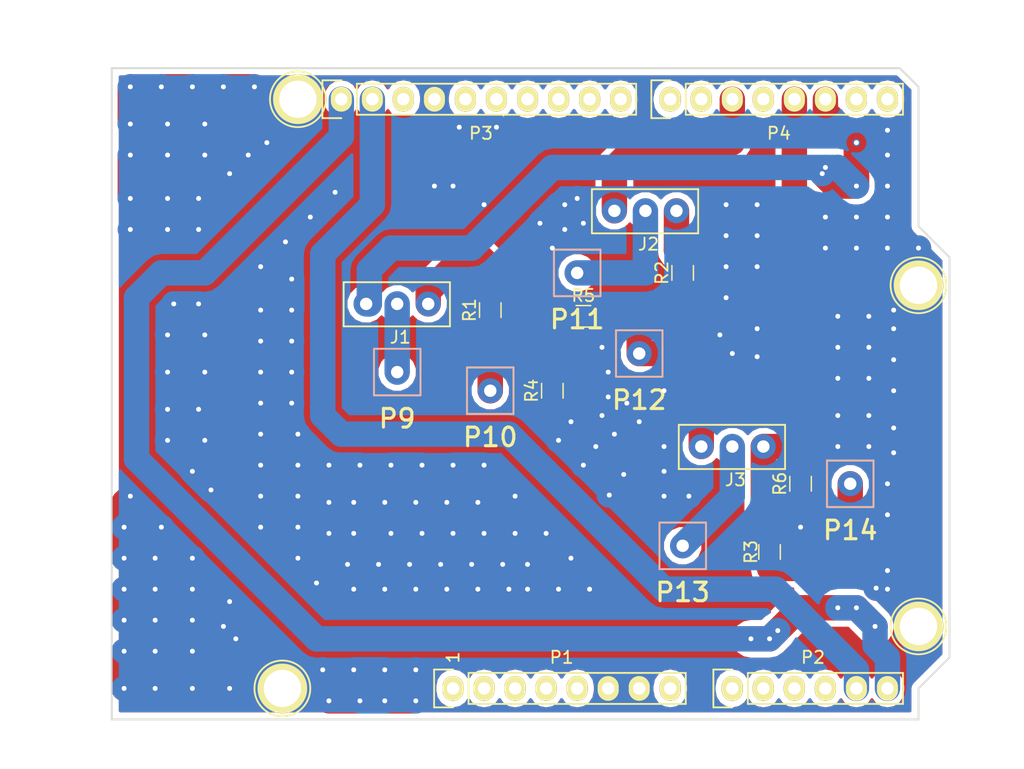
<source format=kicad_pcb>
(kicad_pcb (version 4) (host pcbnew 4.0.7)

  (general
    (links 26)
    (no_connects 0)
    (area 74.422 48.641 253.746001 141.097001)
    (thickness 1.6)
    (drawings 27)
    (tracks 565)
    (zones 0)
    (modules 23)
    (nets 38)
  )

  (page A4)
  (title_block
    (date "lun. 30 mars 2015")
  )

  (layers
    (0 F.Cu signal)
    (31 B.Cu signal)
    (32 B.Adhes user)
    (33 F.Adhes user)
    (34 B.Paste user)
    (35 F.Paste user)
    (36 B.SilkS user)
    (37 F.SilkS user)
    (38 B.Mask user)
    (39 F.Mask user)
    (40 Dwgs.User user)
    (41 Cmts.User user)
    (42 Eco1.User user)
    (43 Eco2.User user)
    (44 Edge.Cuts user)
    (45 Margin user)
    (46 B.CrtYd user)
    (47 F.CrtYd user)
    (48 B.Fab user)
    (49 F.Fab user)
  )

  (setup
    (last_trace_width 2.08)
    (trace_clearance 0.2)
    (zone_clearance 0.508)
    (zone_45_only no)
    (trace_min 0.2)
    (segment_width 0.15)
    (edge_width 0.15)
    (via_size 0.6)
    (via_drill 0.4)
    (via_min_size 0.4)
    (via_min_drill 0.3)
    (uvia_size 0.3)
    (uvia_drill 0.1)
    (uvias_allowed no)
    (uvia_min_size 0.2)
    (uvia_min_drill 0.1)
    (pcb_text_width 0.3)
    (pcb_text_size 1.5 1.5)
    (mod_edge_width 0.15)
    (mod_text_size 1 1)
    (mod_text_width 0.15)
    (pad_size 4.064 4.064)
    (pad_drill 3.048)
    (pad_to_mask_clearance 0)
    (aux_axis_origin 110.998 126.365)
    (grid_origin 110.998 126.365)
    (visible_elements 7FFFFFFF)
    (pcbplotparams
      (layerselection 0x00030_80000001)
      (usegerberextensions false)
      (excludeedgelayer true)
      (linewidth 0.100000)
      (plotframeref false)
      (viasonmask false)
      (mode 1)
      (useauxorigin false)
      (hpglpennumber 1)
      (hpglpenspeed 20)
      (hpglpendiameter 15)
      (hpglpenoverlay 2)
      (psnegative false)
      (psa4output false)
      (plotreference true)
      (plotvalue true)
      (plotinvisibletext false)
      (padsonsilk false)
      (subtractmaskfromsilk false)
      (outputformat 1)
      (mirror false)
      (drillshape 1)
      (scaleselection 1)
      (outputdirectory ""))
  )

  (net 0 "")
  (net 1 /IOREF)
  (net 2 /Reset)
  (net 3 +5V)
  (net 4 GND)
  (net 5 /Vin)
  (net 6 /A0)
  (net 7 /A1)
  (net 8 /A2)
  (net 9 /A3)
  (net 10 /AREF)
  (net 11 "/A4(SDA)")
  (net 12 "/A5(SCL)")
  (net 13 "/9(**)")
  (net 14 /8)
  (net 15 /7)
  (net 16 "/6(**)")
  (net 17 /4)
  (net 18 "/1(Tx)")
  (net 19 "/0(Rx)")
  (net 20 "/13(SCK)")
  (net 21 "/10(**/SS)")
  (net 22 "Net-(P1-Pad1)")
  (net 23 +3V3)
  (net 24 "/12(MISO)")
  (net 25 "/11(**/MOSI)")
  (net 26 /Red_Source)
  (net 27 /Red_Drain)
  (net 28 /Red_Gate)
  (net 29 /Green_Source)
  (net 30 /Green_Drain)
  (net 31 /Green_Gate)
  (net 32 /Blue_Source)
  (net 33 /Blue_Drain)
  (net 34 /Blue_Gate)
  (net 35 /Red_Gate1)
  (net 36 /Green_Gate1)
  (net 37 /Blue_Gate1)

  (net_class Default "This is the default net class."
    (clearance 0.2)
    (trace_width 2.08)
    (via_dia 0.6)
    (via_drill 0.4)
    (uvia_dia 0.3)
    (uvia_drill 0.1)
    (add_net +3V3)
    (add_net +5V)
    (add_net "/0(Rx)")
    (add_net "/1(Tx)")
    (add_net "/10(**/SS)")
    (add_net "/11(**/MOSI)")
    (add_net "/12(MISO)")
    (add_net "/13(SCK)")
    (add_net /4)
    (add_net "/6(**)")
    (add_net /7)
    (add_net /8)
    (add_net "/9(**)")
    (add_net /A0)
    (add_net /A1)
    (add_net /A2)
    (add_net /A3)
    (add_net "/A4(SDA)")
    (add_net "/A5(SCL)")
    (add_net /AREF)
    (add_net /Blue_Drain)
    (add_net /Blue_Gate)
    (add_net /Blue_Gate1)
    (add_net /Blue_Source)
    (add_net /Green_Drain)
    (add_net /Green_Gate)
    (add_net /Green_Gate1)
    (add_net /Green_Source)
    (add_net /IOREF)
    (add_net /Red_Drain)
    (add_net /Red_Gate)
    (add_net /Red_Gate1)
    (add_net /Red_Source)
    (add_net /Reset)
    (add_net /Vin)
    (add_net GND)
    (add_net "Net-(P1-Pad1)")
  )

  (module Socket_Arduino_Uno:Socket_Strip_Arduino_1x08 locked (layer F.Cu) (tedit 552168D2) (tstamp 551AF9EA)
    (at 138.938 123.825)
    (descr "Through hole socket strip")
    (tags "socket strip")
    (path /56D70129)
    (fp_text reference P1 (at 8.89 -2.54) (layer F.SilkS)
      (effects (font (size 1 1) (thickness 0.15)))
    )
    (fp_text value Power (at 8.89 -4.064) (layer F.Fab)
      (effects (font (size 1 1) (thickness 0.15)))
    )
    (fp_line (start -1.75 -1.75) (end -1.75 1.75) (layer F.CrtYd) (width 0.05))
    (fp_line (start 19.55 -1.75) (end 19.55 1.75) (layer F.CrtYd) (width 0.05))
    (fp_line (start -1.75 -1.75) (end 19.55 -1.75) (layer F.CrtYd) (width 0.05))
    (fp_line (start -1.75 1.75) (end 19.55 1.75) (layer F.CrtYd) (width 0.05))
    (fp_line (start 1.27 1.27) (end 19.05 1.27) (layer F.SilkS) (width 0.15))
    (fp_line (start 19.05 1.27) (end 19.05 -1.27) (layer F.SilkS) (width 0.15))
    (fp_line (start 19.05 -1.27) (end 1.27 -1.27) (layer F.SilkS) (width 0.15))
    (fp_line (start -1.55 1.55) (end 0 1.55) (layer F.SilkS) (width 0.15))
    (fp_line (start 1.27 1.27) (end 1.27 -1.27) (layer F.SilkS) (width 0.15))
    (fp_line (start 0 -1.55) (end -1.55 -1.55) (layer F.SilkS) (width 0.15))
    (fp_line (start -1.55 -1.55) (end -1.55 1.55) (layer F.SilkS) (width 0.15))
    (pad 1 thru_hole oval (at 0 0) (size 1.7272 2.032) (drill 1.016) (layers *.Cu *.Mask F.SilkS)
      (net 22 "Net-(P1-Pad1)"))
    (pad 2 thru_hole oval (at 2.54 0) (size 1.7272 2.032) (drill 1.016) (layers *.Cu *.Mask F.SilkS)
      (net 1 /IOREF))
    (pad 3 thru_hole oval (at 5.08 0) (size 1.7272 2.032) (drill 1.016) (layers *.Cu *.Mask F.SilkS)
      (net 2 /Reset))
    (pad 4 thru_hole oval (at 7.62 0) (size 1.7272 2.032) (drill 1.016) (layers *.Cu *.Mask F.SilkS)
      (net 23 +3V3))
    (pad 5 thru_hole oval (at 10.16 0) (size 1.7272 2.032) (drill 1.016) (layers *.Cu *.Mask F.SilkS)
      (net 3 +5V))
    (pad 6 thru_hole oval (at 12.7 0) (size 1.7272 2.032) (drill 1.016) (layers *.Cu *.Mask F.SilkS)
      (net 4 GND))
    (pad 7 thru_hole oval (at 15.24 0) (size 1.7272 2.032) (drill 1.016) (layers *.Cu *.Mask F.SilkS)
      (net 4 GND))
    (pad 8 thru_hole oval (at 17.78 0) (size 1.7272 2.032) (drill 1.016) (layers *.Cu *.Mask F.SilkS)
      (net 5 /Vin))
    (model ${KIPRJMOD}/Socket_Arduino_Uno.3dshapes/Socket_header_Arduino_1x08.wrl
      (at (xyz 0.35 0 0))
      (scale (xyz 1 1 1))
      (rotate (xyz 0 0 180))
    )
  )

  (module Socket_Arduino_Uno:Socket_Strip_Arduino_1x06 locked (layer F.Cu) (tedit 552168D6) (tstamp 551AF9FF)
    (at 161.798 123.825)
    (descr "Through hole socket strip")
    (tags "socket strip")
    (path /56D70DD8)
    (fp_text reference P2 (at 6.604 -2.54) (layer F.SilkS)
      (effects (font (size 1 1) (thickness 0.15)))
    )
    (fp_text value Analog (at 6.604 -4.064) (layer F.Fab)
      (effects (font (size 1 1) (thickness 0.15)))
    )
    (fp_line (start -1.75 -1.75) (end -1.75 1.75) (layer F.CrtYd) (width 0.05))
    (fp_line (start 14.45 -1.75) (end 14.45 1.75) (layer F.CrtYd) (width 0.05))
    (fp_line (start -1.75 -1.75) (end 14.45 -1.75) (layer F.CrtYd) (width 0.05))
    (fp_line (start -1.75 1.75) (end 14.45 1.75) (layer F.CrtYd) (width 0.05))
    (fp_line (start 1.27 1.27) (end 13.97 1.27) (layer F.SilkS) (width 0.15))
    (fp_line (start 13.97 1.27) (end 13.97 -1.27) (layer F.SilkS) (width 0.15))
    (fp_line (start 13.97 -1.27) (end 1.27 -1.27) (layer F.SilkS) (width 0.15))
    (fp_line (start -1.55 1.55) (end 0 1.55) (layer F.SilkS) (width 0.15))
    (fp_line (start 1.27 1.27) (end 1.27 -1.27) (layer F.SilkS) (width 0.15))
    (fp_line (start 0 -1.55) (end -1.55 -1.55) (layer F.SilkS) (width 0.15))
    (fp_line (start -1.55 -1.55) (end -1.55 1.55) (layer F.SilkS) (width 0.15))
    (pad 1 thru_hole oval (at 0 0) (size 1.7272 2.032) (drill 1.016) (layers *.Cu *.Mask F.SilkS)
      (net 6 /A0))
    (pad 2 thru_hole oval (at 2.54 0) (size 1.7272 2.032) (drill 1.016) (layers *.Cu *.Mask F.SilkS)
      (net 7 /A1))
    (pad 3 thru_hole oval (at 5.08 0) (size 1.7272 2.032) (drill 1.016) (layers *.Cu *.Mask F.SilkS)
      (net 8 /A2))
    (pad 4 thru_hole oval (at 7.62 0) (size 1.7272 2.032) (drill 1.016) (layers *.Cu *.Mask F.SilkS)
      (net 9 /A3))
    (pad 5 thru_hole oval (at 10.16 0) (size 1.7272 2.032) (drill 1.016) (layers *.Cu *.Mask F.SilkS)
      (net 11 "/A4(SDA)"))
    (pad 6 thru_hole oval (at 12.7 0) (size 1.7272 2.032) (drill 1.016) (layers *.Cu *.Mask F.SilkS)
      (net 12 "/A5(SCL)"))
    (model ${KIPRJMOD}/Socket_Arduino_Uno.3dshapes/Socket_header_Arduino_1x06.wrl
      (at (xyz 0.25 0 0))
      (scale (xyz 1 1 1))
      (rotate (xyz 0 0 180))
    )
  )

  (module Socket_Arduino_Uno:Socket_Strip_Arduino_1x10 locked (layer F.Cu) (tedit 552168BF) (tstamp 551AFA18)
    (at 129.794 75.565)
    (descr "Through hole socket strip")
    (tags "socket strip")
    (path /56D721E0)
    (fp_text reference P3 (at 11.43 2.794) (layer F.SilkS)
      (effects (font (size 1 1) (thickness 0.15)))
    )
    (fp_text value Digital (at 11.43 4.318) (layer F.Fab)
      (effects (font (size 1 1) (thickness 0.15)))
    )
    (fp_line (start -1.75 -1.75) (end -1.75 1.75) (layer F.CrtYd) (width 0.05))
    (fp_line (start 24.65 -1.75) (end 24.65 1.75) (layer F.CrtYd) (width 0.05))
    (fp_line (start -1.75 -1.75) (end 24.65 -1.75) (layer F.CrtYd) (width 0.05))
    (fp_line (start -1.75 1.75) (end 24.65 1.75) (layer F.CrtYd) (width 0.05))
    (fp_line (start 1.27 1.27) (end 24.13 1.27) (layer F.SilkS) (width 0.15))
    (fp_line (start 24.13 1.27) (end 24.13 -1.27) (layer F.SilkS) (width 0.15))
    (fp_line (start 24.13 -1.27) (end 1.27 -1.27) (layer F.SilkS) (width 0.15))
    (fp_line (start -1.55 1.55) (end 0 1.55) (layer F.SilkS) (width 0.15))
    (fp_line (start 1.27 1.27) (end 1.27 -1.27) (layer F.SilkS) (width 0.15))
    (fp_line (start 0 -1.55) (end -1.55 -1.55) (layer F.SilkS) (width 0.15))
    (fp_line (start -1.55 -1.55) (end -1.55 1.55) (layer F.SilkS) (width 0.15))
    (pad 1 thru_hole oval (at 0 0) (size 1.7272 2.032) (drill 1.016) (layers *.Cu *.Mask F.SilkS)
      (net 12 "/A5(SCL)"))
    (pad 2 thru_hole oval (at 2.54 0) (size 1.7272 2.032) (drill 1.016) (layers *.Cu *.Mask F.SilkS)
      (net 11 "/A4(SDA)"))
    (pad 3 thru_hole oval (at 5.08 0) (size 1.7272 2.032) (drill 1.016) (layers *.Cu *.Mask F.SilkS)
      (net 10 /AREF))
    (pad 4 thru_hole oval (at 7.62 0) (size 1.7272 2.032) (drill 1.016) (layers *.Cu *.Mask F.SilkS)
      (net 4 GND))
    (pad 5 thru_hole oval (at 10.16 0) (size 1.7272 2.032) (drill 1.016) (layers *.Cu *.Mask F.SilkS)
      (net 20 "/13(SCK)"))
    (pad 6 thru_hole oval (at 12.7 0) (size 1.7272 2.032) (drill 1.016) (layers *.Cu *.Mask F.SilkS)
      (net 24 "/12(MISO)"))
    (pad 7 thru_hole oval (at 15.24 0) (size 1.7272 2.032) (drill 1.016) (layers *.Cu *.Mask F.SilkS)
      (net 25 "/11(**/MOSI)"))
    (pad 8 thru_hole oval (at 17.78 0) (size 1.7272 2.032) (drill 1.016) (layers *.Cu *.Mask F.SilkS)
      (net 21 "/10(**/SS)"))
    (pad 9 thru_hole oval (at 20.32 0) (size 1.7272 2.032) (drill 1.016) (layers *.Cu *.Mask F.SilkS)
      (net 13 "/9(**)"))
    (pad 10 thru_hole oval (at 22.86 0) (size 1.7272 2.032) (drill 1.016) (layers *.Cu *.Mask F.SilkS)
      (net 14 /8))
    (model ${KIPRJMOD}/Socket_Arduino_Uno.3dshapes/Socket_header_Arduino_1x10.wrl
      (at (xyz 0.45 0 0))
      (scale (xyz 1 1 1))
      (rotate (xyz 0 0 180))
    )
  )

  (module Socket_Arduino_Uno:Socket_Strip_Arduino_1x08 locked (layer F.Cu) (tedit 552168C7) (tstamp 551AFA2F)
    (at 156.718 75.565)
    (descr "Through hole socket strip")
    (tags "socket strip")
    (path /56D7164F)
    (fp_text reference P4 (at 8.89 2.794) (layer F.SilkS)
      (effects (font (size 1 1) (thickness 0.15)))
    )
    (fp_text value Digital (at 8.89 4.318) (layer F.Fab)
      (effects (font (size 1 1) (thickness 0.15)))
    )
    (fp_line (start -1.75 -1.75) (end -1.75 1.75) (layer F.CrtYd) (width 0.05))
    (fp_line (start 19.55 -1.75) (end 19.55 1.75) (layer F.CrtYd) (width 0.05))
    (fp_line (start -1.75 -1.75) (end 19.55 -1.75) (layer F.CrtYd) (width 0.05))
    (fp_line (start -1.75 1.75) (end 19.55 1.75) (layer F.CrtYd) (width 0.05))
    (fp_line (start 1.27 1.27) (end 19.05 1.27) (layer F.SilkS) (width 0.15))
    (fp_line (start 19.05 1.27) (end 19.05 -1.27) (layer F.SilkS) (width 0.15))
    (fp_line (start 19.05 -1.27) (end 1.27 -1.27) (layer F.SilkS) (width 0.15))
    (fp_line (start -1.55 1.55) (end 0 1.55) (layer F.SilkS) (width 0.15))
    (fp_line (start 1.27 1.27) (end 1.27 -1.27) (layer F.SilkS) (width 0.15))
    (fp_line (start 0 -1.55) (end -1.55 -1.55) (layer F.SilkS) (width 0.15))
    (fp_line (start -1.55 -1.55) (end -1.55 1.55) (layer F.SilkS) (width 0.15))
    (pad 1 thru_hole oval (at 0 0) (size 1.7272 2.032) (drill 1.016) (layers *.Cu *.Mask F.SilkS)
      (net 15 /7))
    (pad 2 thru_hole oval (at 2.54 0) (size 1.7272 2.032) (drill 1.016) (layers *.Cu *.Mask F.SilkS)
      (net 16 "/6(**)"))
    (pad 3 thru_hole oval (at 5.08 0) (size 1.7272 2.032) (drill 1.016) (layers *.Cu *.Mask F.SilkS)
      (net 29 /Green_Source))
    (pad 4 thru_hole oval (at 7.62 0) (size 1.7272 2.032) (drill 1.016) (layers *.Cu *.Mask F.SilkS)
      (net 17 /4))
    (pad 5 thru_hole oval (at 10.16 0) (size 1.7272 2.032) (drill 1.016) (layers *.Cu *.Mask F.SilkS)
      (net 32 /Blue_Source))
    (pad 6 thru_hole oval (at 12.7 0) (size 1.7272 2.032) (drill 1.016) (layers *.Cu *.Mask F.SilkS)
      (net 26 /Red_Source))
    (pad 7 thru_hole oval (at 15.24 0) (size 1.7272 2.032) (drill 1.016) (layers *.Cu *.Mask F.SilkS)
      (net 18 "/1(Tx)"))
    (pad 8 thru_hole oval (at 17.78 0) (size 1.7272 2.032) (drill 1.016) (layers *.Cu *.Mask F.SilkS)
      (net 19 "/0(Rx)"))
    (model ${KIPRJMOD}/Socket_Arduino_Uno.3dshapes/Socket_header_Arduino_1x08.wrl
      (at (xyz 0.35 0 0))
      (scale (xyz 1 1 1))
      (rotate (xyz 0 0 180))
    )
  )

  (module Socket_Arduino_Uno:Arduino_1pin locked (layer F.Cu) (tedit 5BEAF838) (tstamp 5524FC3F)
    (at 124.968 123.825)
    (descr "module 1 pin (ou trou mecanique de percage)")
    (tags DEV)
    (path /56D71177)
    (fp_text reference P5 (at 0 -3.048) (layer F.SilkS) hide
      (effects (font (size 1 1) (thickness 0.15)))
    )
    (fp_text value CONN_01X01 (at 0 2.794) (layer F.Fab) hide
      (effects (font (size 1 1) (thickness 0.15)))
    )
    (fp_circle (center 0 0) (end 0 -2.286) (layer F.SilkS) (width 0.15))
    (pad 1 thru_hole circle (at 0 0) (size 4.064 4.064) (drill 3.048) (layers *.Cu *.Mask F.SilkS)
      (net 4 GND))
  )

  (module Socket_Arduino_Uno:Arduino_1pin locked (layer F.Cu) (tedit 5BEAF7FB) (tstamp 5524FC44)
    (at 177.038 118.745)
    (descr "module 1 pin (ou trou mecanique de percage)")
    (tags DEV)
    (path /56D71274)
    (fp_text reference P6 (at 0 -3.048) (layer F.SilkS) hide
      (effects (font (size 1 1) (thickness 0.15)))
    )
    (fp_text value CONN_01X01 (at 0 2.794) (layer F.Fab) hide
      (effects (font (size 1 1) (thickness 0.15)))
    )
    (fp_circle (center 0 0) (end 0 -2.286) (layer F.SilkS) (width 0.15))
    (pad 1 thru_hole circle (at 0 0) (size 4.064 4.064) (drill 3.048) (layers *.Cu *.Mask F.SilkS)
      (net 4 GND))
  )

  (module Socket_Arduino_Uno:Arduino_1pin locked (layer F.Cu) (tedit 5BEAF830) (tstamp 5524FC49)
    (at 126.238 75.565)
    (descr "module 1 pin (ou trou mecanique de percage)")
    (tags DEV)
    (path /56D712A8)
    (fp_text reference P7 (at 0 -3.048) (layer F.SilkS) hide
      (effects (font (size 1 1) (thickness 0.15)))
    )
    (fp_text value CONN_01X01 (at 0 2.794) (layer F.Fab) hide
      (effects (font (size 1 1) (thickness 0.15)))
    )
    (fp_circle (center 0 0) (end 0 -2.286) (layer F.SilkS) (width 0.15))
    (pad 1 thru_hole circle (at 0 0) (size 4.064 4.064) (drill 3.048) (layers *.Cu *.Mask F.SilkS)
      (net 4 GND))
  )

  (module Socket_Arduino_Uno:Arduino_1pin locked (layer F.Cu) (tedit 5BEAF823) (tstamp 5524FC4E)
    (at 177.038 90.805)
    (descr "module 1 pin (ou trou mecanique de percage)")
    (tags DEV)
    (path /56D712DB)
    (fp_text reference P8 (at 0 -3.048) (layer F.SilkS) hide
      (effects (font (size 1 1) (thickness 0.15)))
    )
    (fp_text value CONN_01X01 (at 0 2.794) (layer F.Fab) hide
      (effects (font (size 1 1) (thickness 0.15)))
    )
    (fp_circle (center 0 0) (end 0 -2.286) (layer F.SilkS) (width 0.15))
    (pad 1 thru_hole circle (at 0 0) (size 4.064 4.064) (drill 3.048) (layers *.Cu *.Mask F.SilkS)
      (net 4 GND))
  )

  (module Parts:Mosfet30V60A (layer F.Cu) (tedit 5BD88676) (tstamp 5BE48742)
    (at 134.366 92.329)
    (path /5BE4961B)
    (fp_text reference J1 (at 0.254 2.7305) (layer F.SilkS)
      (effects (font (size 1 1) (thickness 0.15)))
    )
    (fp_text value .1inchHeader (at 0.254 -2.4765) (layer F.Fab)
      (effects (font (size 1 1) (thickness 0.15)))
    )
    (fp_line (start 4.318 1.8415) (end -4.3815 1.8415) (layer F.SilkS) (width 0.15))
    (fp_line (start -4.3815 1.8415) (end -4.3815 1.778) (layer F.SilkS) (width 0.15))
    (fp_line (start -4.2545 -1.778) (end 4.318 -1.778) (layer F.SilkS) (width 0.15))
    (fp_line (start 4.318 -1.778) (end 4.318 1.8415) (layer F.SilkS) (width 0.15))
    (fp_line (start -4.3815 1.778) (end -4.3815 -1.778) (layer F.SilkS) (width 0.15))
    (fp_line (start -4.3815 -1.778) (end -4.2545 -1.778) (layer F.SilkS) (width 0.15))
    (pad 1 thru_hole circle (at -2.54 0) (size 2.032 2.032) (drill 1.016) (layers *.Cu *.Mask)
      (net 26 /Red_Source))
    (pad 2 thru_hole circle (at 0 0) (size 2.032 2.032) (drill 1.016) (layers *.Cu *.Mask)
      (net 27 /Red_Drain))
    (pad 3 thru_hole circle (at 2.54 0) (size 2.032 2.032) (drill 1.016) (layers *.Cu *.Mask)
      (net 28 /Red_Gate))
  )

  (module Parts:Mosfet30V60A (layer F.Cu) (tedit 5BD88676) (tstamp 5BE48749)
    (at 154.686 84.709)
    (path /5BE498F1)
    (fp_text reference J2 (at 0.254 2.7305) (layer F.SilkS)
      (effects (font (size 1 1) (thickness 0.15)))
    )
    (fp_text value .1inchHeader (at 0.254 -2.4765) (layer F.Fab)
      (effects (font (size 1 1) (thickness 0.15)))
    )
    (fp_line (start 4.318 1.8415) (end -4.3815 1.8415) (layer F.SilkS) (width 0.15))
    (fp_line (start -4.3815 1.8415) (end -4.3815 1.778) (layer F.SilkS) (width 0.15))
    (fp_line (start -4.2545 -1.778) (end 4.318 -1.778) (layer F.SilkS) (width 0.15))
    (fp_line (start 4.318 -1.778) (end 4.318 1.8415) (layer F.SilkS) (width 0.15))
    (fp_line (start -4.3815 1.778) (end -4.3815 -1.778) (layer F.SilkS) (width 0.15))
    (fp_line (start -4.3815 -1.778) (end -4.2545 -1.778) (layer F.SilkS) (width 0.15))
    (pad 1 thru_hole circle (at -2.54 0) (size 2.032 2.032) (drill 1.016) (layers *.Cu *.Mask)
      (net 29 /Green_Source))
    (pad 2 thru_hole circle (at 0 0) (size 2.032 2.032) (drill 1.016) (layers *.Cu *.Mask)
      (net 30 /Green_Drain))
    (pad 3 thru_hole circle (at 2.54 0) (size 2.032 2.032) (drill 1.016) (layers *.Cu *.Mask)
      (net 31 /Green_Gate))
  )

  (module Parts:Mosfet30V60A (layer F.Cu) (tedit 5BD88676) (tstamp 5BE48750)
    (at 161.798 104.013)
    (path /5BE4999C)
    (fp_text reference J3 (at 0.254 2.7305) (layer F.SilkS)
      (effects (font (size 1 1) (thickness 0.15)))
    )
    (fp_text value .1inchHeader (at 0.254 -2.4765) (layer F.Fab)
      (effects (font (size 1 1) (thickness 0.15)))
    )
    (fp_line (start 4.318 1.8415) (end -4.3815 1.8415) (layer F.SilkS) (width 0.15))
    (fp_line (start -4.3815 1.8415) (end -4.3815 1.778) (layer F.SilkS) (width 0.15))
    (fp_line (start -4.2545 -1.778) (end 4.318 -1.778) (layer F.SilkS) (width 0.15))
    (fp_line (start 4.318 -1.778) (end 4.318 1.8415) (layer F.SilkS) (width 0.15))
    (fp_line (start -4.3815 1.778) (end -4.3815 -1.778) (layer F.SilkS) (width 0.15))
    (fp_line (start -4.3815 -1.778) (end -4.2545 -1.778) (layer F.SilkS) (width 0.15))
    (pad 1 thru_hole circle (at -2.54 0) (size 2.032 2.032) (drill 1.016) (layers *.Cu *.Mask)
      (net 32 /Blue_Source))
    (pad 2 thru_hole circle (at 0 0) (size 2.032 2.032) (drill 1.016) (layers *.Cu *.Mask)
      (net 33 /Blue_Drain))
    (pad 3 thru_hole circle (at 2.54 0) (size 2.032 2.032) (drill 1.016) (layers *.Cu *.Mask)
      (net 34 /Blue_Gate))
  )

  (module Parts:Through-Hole (layer F.Cu) (tedit 5BE480DD) (tstamp 5BE4875D)
    (at 134.366 97.917)
    (path /5BE49FF0)
    (fp_text reference P9 (at 0 3.81) (layer F.SilkS)
      (effects (font (thickness 0.254)))
    )
    (fp_text value Pad (at 0.0635 -2.794) (layer F.Fab)
      (effects (font (size 1 1) (thickness 0.15)))
    )
    (fp_line (start -1.905 -1.905) (end 1.905 -1.905) (layer B.SilkS) (width 0.15))
    (fp_line (start 1.905 -1.905) (end 1.905 1.905) (layer B.SilkS) (width 0.15))
    (fp_line (start 1.905 1.905) (end -1.905 1.905) (layer B.SilkS) (width 0.15))
    (fp_line (start -1.905 1.905) (end -1.905 -1.905) (layer B.SilkS) (width 0.15))
    (fp_line (start -1.905 -1.905) (end 1.905 -1.905) (layer F.SilkS) (width 0.15))
    (fp_line (start 1.905 -1.905) (end 1.905 1.905) (layer F.SilkS) (width 0.15))
    (fp_line (start 1.905 1.905) (end -1.905 1.905) (layer F.SilkS) (width 0.15))
    (fp_line (start -1.905 1.905) (end -1.905 -1.905) (layer F.SilkS) (width 0.15))
    (pad 1 thru_hole circle (at 0 0) (size 2.032 2.032) (drill 1.016) (layers *.Cu *.Mask)
      (net 27 /Red_Drain))
  )

  (module Parts:Through-Hole (layer F.Cu) (tedit 5BE480DD) (tstamp 5BE4876A)
    (at 141.986 99.441)
    (path /5BE4A023)
    (fp_text reference P10 (at 0 3.81) (layer F.SilkS)
      (effects (font (thickness 0.254)))
    )
    (fp_text value Pad (at 0.0635 -2.794) (layer F.Fab)
      (effects (font (size 1 1) (thickness 0.15)))
    )
    (fp_line (start -1.905 -1.905) (end 1.905 -1.905) (layer B.SilkS) (width 0.15))
    (fp_line (start 1.905 -1.905) (end 1.905 1.905) (layer B.SilkS) (width 0.15))
    (fp_line (start 1.905 1.905) (end -1.905 1.905) (layer B.SilkS) (width 0.15))
    (fp_line (start -1.905 1.905) (end -1.905 -1.905) (layer B.SilkS) (width 0.15))
    (fp_line (start -1.905 -1.905) (end 1.905 -1.905) (layer F.SilkS) (width 0.15))
    (fp_line (start 1.905 -1.905) (end 1.905 1.905) (layer F.SilkS) (width 0.15))
    (fp_line (start 1.905 1.905) (end -1.905 1.905) (layer F.SilkS) (width 0.15))
    (fp_line (start -1.905 1.905) (end -1.905 -1.905) (layer F.SilkS) (width 0.15))
    (pad 1 thru_hole circle (at 0 0) (size 2.032 2.032) (drill 1.016) (layers *.Cu *.Mask)
      (net 35 /Red_Gate1))
  )

  (module Parts:Through-Hole (layer F.Cu) (tedit 5BE480DD) (tstamp 5BE48777)
    (at 149.098 89.789)
    (path /5BE4A118)
    (fp_text reference P11 (at 0 3.81) (layer F.SilkS)
      (effects (font (thickness 0.254)))
    )
    (fp_text value Pad (at 0.0635 -2.794) (layer F.Fab)
      (effects (font (size 1 1) (thickness 0.15)))
    )
    (fp_line (start -1.905 -1.905) (end 1.905 -1.905) (layer B.SilkS) (width 0.15))
    (fp_line (start 1.905 -1.905) (end 1.905 1.905) (layer B.SilkS) (width 0.15))
    (fp_line (start 1.905 1.905) (end -1.905 1.905) (layer B.SilkS) (width 0.15))
    (fp_line (start -1.905 1.905) (end -1.905 -1.905) (layer B.SilkS) (width 0.15))
    (fp_line (start -1.905 -1.905) (end 1.905 -1.905) (layer F.SilkS) (width 0.15))
    (fp_line (start 1.905 -1.905) (end 1.905 1.905) (layer F.SilkS) (width 0.15))
    (fp_line (start 1.905 1.905) (end -1.905 1.905) (layer F.SilkS) (width 0.15))
    (fp_line (start -1.905 1.905) (end -1.905 -1.905) (layer F.SilkS) (width 0.15))
    (pad 1 thru_hole circle (at 0 0) (size 2.032 2.032) (drill 1.016) (layers *.Cu *.Mask)
      (net 30 /Green_Drain))
  )

  (module Parts:Through-Hole (layer F.Cu) (tedit 5BE480DD) (tstamp 5BE48784)
    (at 154.178 96.393)
    (path /5BE4A1EB)
    (fp_text reference P12 (at 0 3.81) (layer F.SilkS)
      (effects (font (thickness 0.254)))
    )
    (fp_text value Pad (at 0.0635 -2.794) (layer F.Fab)
      (effects (font (size 1 1) (thickness 0.15)))
    )
    (fp_line (start -1.905 -1.905) (end 1.905 -1.905) (layer B.SilkS) (width 0.15))
    (fp_line (start 1.905 -1.905) (end 1.905 1.905) (layer B.SilkS) (width 0.15))
    (fp_line (start 1.905 1.905) (end -1.905 1.905) (layer B.SilkS) (width 0.15))
    (fp_line (start -1.905 1.905) (end -1.905 -1.905) (layer B.SilkS) (width 0.15))
    (fp_line (start -1.905 -1.905) (end 1.905 -1.905) (layer F.SilkS) (width 0.15))
    (fp_line (start 1.905 -1.905) (end 1.905 1.905) (layer F.SilkS) (width 0.15))
    (fp_line (start 1.905 1.905) (end -1.905 1.905) (layer F.SilkS) (width 0.15))
    (fp_line (start -1.905 1.905) (end -1.905 -1.905) (layer F.SilkS) (width 0.15))
    (pad 1 thru_hole circle (at 0 0) (size 2.032 2.032) (drill 1.016) (layers *.Cu *.Mask)
      (net 36 /Green_Gate1))
  )

  (module Parts:Through-Hole (layer F.Cu) (tedit 5BE480DD) (tstamp 5BE48791)
    (at 157.734 112.141)
    (path /5BE4A24B)
    (fp_text reference P13 (at 0 3.81) (layer F.SilkS)
      (effects (font (thickness 0.254)))
    )
    (fp_text value Pad (at 0.0635 -2.794) (layer F.Fab)
      (effects (font (size 1 1) (thickness 0.15)))
    )
    (fp_line (start -1.905 -1.905) (end 1.905 -1.905) (layer B.SilkS) (width 0.15))
    (fp_line (start 1.905 -1.905) (end 1.905 1.905) (layer B.SilkS) (width 0.15))
    (fp_line (start 1.905 1.905) (end -1.905 1.905) (layer B.SilkS) (width 0.15))
    (fp_line (start -1.905 1.905) (end -1.905 -1.905) (layer B.SilkS) (width 0.15))
    (fp_line (start -1.905 -1.905) (end 1.905 -1.905) (layer F.SilkS) (width 0.15))
    (fp_line (start 1.905 -1.905) (end 1.905 1.905) (layer F.SilkS) (width 0.15))
    (fp_line (start 1.905 1.905) (end -1.905 1.905) (layer F.SilkS) (width 0.15))
    (fp_line (start -1.905 1.905) (end -1.905 -1.905) (layer F.SilkS) (width 0.15))
    (pad 1 thru_hole circle (at 0 0) (size 2.032 2.032) (drill 1.016) (layers *.Cu *.Mask)
      (net 33 /Blue_Drain))
  )

  (module Parts:Through-Hole (layer F.Cu) (tedit 5BE480DD) (tstamp 5BE4879E)
    (at 171.45 107.061)
    (path /5BE4A2B1)
    (fp_text reference P14 (at 0 3.81) (layer F.SilkS)
      (effects (font (thickness 0.254)))
    )
    (fp_text value Pad (at 0.0635 -2.794) (layer F.Fab)
      (effects (font (size 1 1) (thickness 0.15)))
    )
    (fp_line (start -1.905 -1.905) (end 1.905 -1.905) (layer B.SilkS) (width 0.15))
    (fp_line (start 1.905 -1.905) (end 1.905 1.905) (layer B.SilkS) (width 0.15))
    (fp_line (start 1.905 1.905) (end -1.905 1.905) (layer B.SilkS) (width 0.15))
    (fp_line (start -1.905 1.905) (end -1.905 -1.905) (layer B.SilkS) (width 0.15))
    (fp_line (start -1.905 -1.905) (end 1.905 -1.905) (layer F.SilkS) (width 0.15))
    (fp_line (start 1.905 -1.905) (end 1.905 1.905) (layer F.SilkS) (width 0.15))
    (fp_line (start 1.905 1.905) (end -1.905 1.905) (layer F.SilkS) (width 0.15))
    (fp_line (start -1.905 1.905) (end -1.905 -1.905) (layer F.SilkS) (width 0.15))
    (pad 1 thru_hole circle (at 0 0) (size 2.032 2.032) (drill 1.016) (layers *.Cu *.Mask)
      (net 37 /Blue_Gate1))
  )

  (module Resistors_SMD:R_0805_HandSoldering (layer F.Cu) (tedit 5BEB0FD9) (tstamp 5BE487D8)
    (at 141.986 92.837 90)
    (descr "Resistor SMD 0805, hand soldering")
    (tags "resistor 0805")
    (path /5BE49C57)
    (attr smd)
    (fp_text reference R1 (at 0 -1.7 90) (layer F.SilkS)
      (effects (font (size 1 1) (thickness 0.15)))
    )
    (fp_text value R (at 0 1.75 90) (layer F.Fab)
      (effects (font (size 1 1) (thickness 0.15)))
    )
    (fp_text user %R (at 0 0 270) (layer F.Fab)
      (effects (font (size 0.5 0.5) (thickness 0.075)))
    )
    (fp_line (start -1 0.62) (end -1 -0.62) (layer F.Fab) (width 0.1))
    (fp_line (start 1 0.62) (end -1 0.62) (layer F.Fab) (width 0.1))
    (fp_line (start 1 -0.62) (end 1 0.62) (layer F.Fab) (width 0.1))
    (fp_line (start -1 -0.62) (end 1 -0.62) (layer F.Fab) (width 0.1))
    (fp_line (start 0.6 0.88) (end -0.6 0.88) (layer F.SilkS) (width 0.12))
    (fp_line (start -0.6 -0.88) (end 0.6 -0.88) (layer F.SilkS) (width 0.12))
    (fp_line (start -2.35 -0.9) (end 2.35 -0.9) (layer F.CrtYd) (width 0.05))
    (fp_line (start -2.35 -0.9) (end -2.35 0.9) (layer F.CrtYd) (width 0.05))
    (fp_line (start 2.35 0.9) (end 2.35 -0.9) (layer F.CrtYd) (width 0.05))
    (fp_line (start 2.35 0.9) (end -2.35 0.9) (layer F.CrtYd) (width 0.05))
    (pad 1 smd rect (at -1.35 0 90) (size 1.5 1.3) (layers F.Cu F.Paste F.Mask)
      (net 35 /Red_Gate1))
    (pad 2 smd rect (at 1.35 0 90) (size 1.5 1.3) (layers F.Cu F.Paste F.Mask)
      (net 28 /Red_Gate))
    (model ${KISYS3DMOD}/Resistors_SMD.3dshapes/R_0805.wrl
      (at (xyz 0 0 0))
      (scale (xyz 1 1 1))
      (rotate (xyz 0 0 0))
    )
  )

  (module Resistors_SMD:R_0805_HandSoldering (layer F.Cu) (tedit 5BEB1031) (tstamp 5BE487DE)
    (at 157.734 89.789 90)
    (descr "Resistor SMD 0805, hand soldering")
    (tags "resistor 0805")
    (path /5BE49D45)
    (attr smd)
    (fp_text reference R2 (at 0 -1.7 90) (layer F.SilkS)
      (effects (font (size 1 1) (thickness 0.15)))
    )
    (fp_text value R (at 0 1.75 90) (layer F.Fab)
      (effects (font (size 1 1) (thickness 0.15)))
    )
    (fp_text user %R (at 0 0 270) (layer F.Fab)
      (effects (font (size 0.5 0.5) (thickness 0.075)))
    )
    (fp_line (start -1 0.62) (end -1 -0.62) (layer F.Fab) (width 0.1))
    (fp_line (start 1 0.62) (end -1 0.62) (layer F.Fab) (width 0.1))
    (fp_line (start 1 -0.62) (end 1 0.62) (layer F.Fab) (width 0.1))
    (fp_line (start -1 -0.62) (end 1 -0.62) (layer F.Fab) (width 0.1))
    (fp_line (start 0.6 0.88) (end -0.6 0.88) (layer F.SilkS) (width 0.12))
    (fp_line (start -0.6 -0.88) (end 0.6 -0.88) (layer F.SilkS) (width 0.12))
    (fp_line (start -2.35 -0.9) (end 2.35 -0.9) (layer F.CrtYd) (width 0.05))
    (fp_line (start -2.35 -0.9) (end -2.35 0.9) (layer F.CrtYd) (width 0.05))
    (fp_line (start 2.35 0.9) (end 2.35 -0.9) (layer F.CrtYd) (width 0.05))
    (fp_line (start 2.35 0.9) (end -2.35 0.9) (layer F.CrtYd) (width 0.05))
    (pad 1 smd rect (at -1.35 0 90) (size 1.5 1.3) (layers F.Cu F.Paste F.Mask)
      (net 36 /Green_Gate1))
    (pad 2 smd rect (at 1.35 0 90) (size 1.5 1.3) (layers F.Cu F.Paste F.Mask)
      (net 31 /Green_Gate))
    (model ${KISYS3DMOD}/Resistors_SMD.3dshapes/R_0805.wrl
      (at (xyz 0 0 0))
      (scale (xyz 1 1 1))
      (rotate (xyz 0 0 0))
    )
  )

  (module Resistors_SMD:R_0805_HandSoldering (layer F.Cu) (tedit 5BEB1000) (tstamp 5BE487E4)
    (at 164.846 112.649 90)
    (descr "Resistor SMD 0805, hand soldering")
    (tags "resistor 0805")
    (path /5BE49DA3)
    (attr smd)
    (fp_text reference R3 (at 0 -1.524 90) (layer F.SilkS)
      (effects (font (size 1 1) (thickness 0.15)))
    )
    (fp_text value R (at 0 1.75 90) (layer F.Fab)
      (effects (font (size 1 1) (thickness 0.15)))
    )
    (fp_text user %R (at 0 0 90) (layer F.Fab)
      (effects (font (size 0.5 0.5) (thickness 0.075)))
    )
    (fp_line (start -1 0.62) (end -1 -0.62) (layer F.Fab) (width 0.1))
    (fp_line (start 1 0.62) (end -1 0.62) (layer F.Fab) (width 0.1))
    (fp_line (start 1 -0.62) (end 1 0.62) (layer F.Fab) (width 0.1))
    (fp_line (start -1 -0.62) (end 1 -0.62) (layer F.Fab) (width 0.1))
    (fp_line (start 0.6 0.88) (end -0.6 0.88) (layer F.SilkS) (width 0.12))
    (fp_line (start -0.6 -0.88) (end 0.6 -0.88) (layer F.SilkS) (width 0.12))
    (fp_line (start -2.35 -0.9) (end 2.35 -0.9) (layer F.CrtYd) (width 0.05))
    (fp_line (start -2.35 -0.9) (end -2.35 0.9) (layer F.CrtYd) (width 0.05))
    (fp_line (start 2.35 0.9) (end 2.35 -0.9) (layer F.CrtYd) (width 0.05))
    (fp_line (start 2.35 0.9) (end -2.35 0.9) (layer F.CrtYd) (width 0.05))
    (pad 1 smd rect (at -1.35 0 90) (size 1.5 1.3) (layers F.Cu F.Paste F.Mask)
      (net 37 /Blue_Gate1))
    (pad 2 smd rect (at 1.35 0 90) (size 1.5 1.3) (layers F.Cu F.Paste F.Mask)
      (net 34 /Blue_Gate))
    (model ${KISYS3DMOD}/Resistors_SMD.3dshapes/R_0805.wrl
      (at (xyz 0 0 0))
      (scale (xyz 1 1 1))
      (rotate (xyz 0 0 0))
    )
  )

  (module Resistors_SMD:R_0805_HandSoldering (layer F.Cu) (tedit 58E0A804) (tstamp 5BEB17C6)
    (at 147.066 99.441 90)
    (descr "Resistor SMD 0805, hand soldering")
    (tags "resistor 0805")
    (path /5BEB252E)
    (attr smd)
    (fp_text reference R4 (at 0 -1.7 90) (layer F.SilkS)
      (effects (font (size 1 1) (thickness 0.15)))
    )
    (fp_text value R (at 0 1.75 90) (layer F.Fab)
      (effects (font (size 1 1) (thickness 0.15)))
    )
    (fp_text user %R (at 0 0 90) (layer F.Fab)
      (effects (font (size 0.5 0.5) (thickness 0.075)))
    )
    (fp_line (start -1 0.62) (end -1 -0.62) (layer F.Fab) (width 0.1))
    (fp_line (start 1 0.62) (end -1 0.62) (layer F.Fab) (width 0.1))
    (fp_line (start 1 -0.62) (end 1 0.62) (layer F.Fab) (width 0.1))
    (fp_line (start -1 -0.62) (end 1 -0.62) (layer F.Fab) (width 0.1))
    (fp_line (start 0.6 0.88) (end -0.6 0.88) (layer F.SilkS) (width 0.12))
    (fp_line (start -0.6 -0.88) (end 0.6 -0.88) (layer F.SilkS) (width 0.12))
    (fp_line (start -2.35 -0.9) (end 2.35 -0.9) (layer F.CrtYd) (width 0.05))
    (fp_line (start -2.35 -0.9) (end -2.35 0.9) (layer F.CrtYd) (width 0.05))
    (fp_line (start 2.35 0.9) (end 2.35 -0.9) (layer F.CrtYd) (width 0.05))
    (fp_line (start 2.35 0.9) (end -2.35 0.9) (layer F.CrtYd) (width 0.05))
    (pad 1 smd rect (at -1.35 0 90) (size 1.5 1.3) (layers F.Cu F.Paste F.Mask)
      (net 4 GND))
    (pad 2 smd rect (at 1.35 0 90) (size 1.5 1.3) (layers F.Cu F.Paste F.Mask)
      (net 35 /Red_Gate1))
    (model ${KISYS3DMOD}/Resistors_SMD.3dshapes/R_0805.wrl
      (at (xyz 0 0 0))
      (scale (xyz 1 1 1))
      (rotate (xyz 0 0 0))
    )
  )

  (module Resistors_SMD:R_0805_HandSoldering (layer F.Cu) (tedit 58E0A804) (tstamp 5BEB17CC)
    (at 149.606 93.345)
    (descr "Resistor SMD 0805, hand soldering")
    (tags "resistor 0805")
    (path /5BEB28E6)
    (attr smd)
    (fp_text reference R5 (at 0 -1.7) (layer F.SilkS)
      (effects (font (size 1 1) (thickness 0.15)))
    )
    (fp_text value R (at 0 1.75) (layer F.Fab)
      (effects (font (size 1 1) (thickness 0.15)))
    )
    (fp_text user %R (at 0 0) (layer F.Fab)
      (effects (font (size 0.5 0.5) (thickness 0.075)))
    )
    (fp_line (start -1 0.62) (end -1 -0.62) (layer F.Fab) (width 0.1))
    (fp_line (start 1 0.62) (end -1 0.62) (layer F.Fab) (width 0.1))
    (fp_line (start 1 -0.62) (end 1 0.62) (layer F.Fab) (width 0.1))
    (fp_line (start -1 -0.62) (end 1 -0.62) (layer F.Fab) (width 0.1))
    (fp_line (start 0.6 0.88) (end -0.6 0.88) (layer F.SilkS) (width 0.12))
    (fp_line (start -0.6 -0.88) (end 0.6 -0.88) (layer F.SilkS) (width 0.12))
    (fp_line (start -2.35 -0.9) (end 2.35 -0.9) (layer F.CrtYd) (width 0.05))
    (fp_line (start -2.35 -0.9) (end -2.35 0.9) (layer F.CrtYd) (width 0.05))
    (fp_line (start 2.35 0.9) (end 2.35 -0.9) (layer F.CrtYd) (width 0.05))
    (fp_line (start 2.35 0.9) (end -2.35 0.9) (layer F.CrtYd) (width 0.05))
    (pad 1 smd rect (at -1.35 0) (size 1.5 1.3) (layers F.Cu F.Paste F.Mask)
      (net 4 GND))
    (pad 2 smd rect (at 1.35 0) (size 1.5 1.3) (layers F.Cu F.Paste F.Mask)
      (net 36 /Green_Gate1))
    (model ${KISYS3DMOD}/Resistors_SMD.3dshapes/R_0805.wrl
      (at (xyz 0 0 0))
      (scale (xyz 1 1 1))
      (rotate (xyz 0 0 0))
    )
  )

  (module Resistors_SMD:R_0805_HandSoldering (layer F.Cu) (tedit 58E0A804) (tstamp 5BEB17D2)
    (at 167.386 107.061 90)
    (descr "Resistor SMD 0805, hand soldering")
    (tags "resistor 0805")
    (path /5BEB2C77)
    (attr smd)
    (fp_text reference R6 (at 0 -1.7 90) (layer F.SilkS)
      (effects (font (size 1 1) (thickness 0.15)))
    )
    (fp_text value R (at 0 1.75 90) (layer F.Fab)
      (effects (font (size 1 1) (thickness 0.15)))
    )
    (fp_text user %R (at 0 0 90) (layer F.Fab)
      (effects (font (size 0.5 0.5) (thickness 0.075)))
    )
    (fp_line (start -1 0.62) (end -1 -0.62) (layer F.Fab) (width 0.1))
    (fp_line (start 1 0.62) (end -1 0.62) (layer F.Fab) (width 0.1))
    (fp_line (start 1 -0.62) (end 1 0.62) (layer F.Fab) (width 0.1))
    (fp_line (start -1 -0.62) (end 1 -0.62) (layer F.Fab) (width 0.1))
    (fp_line (start 0.6 0.88) (end -0.6 0.88) (layer F.SilkS) (width 0.12))
    (fp_line (start -0.6 -0.88) (end 0.6 -0.88) (layer F.SilkS) (width 0.12))
    (fp_line (start -2.35 -0.9) (end 2.35 -0.9) (layer F.CrtYd) (width 0.05))
    (fp_line (start -2.35 -0.9) (end -2.35 0.9) (layer F.CrtYd) (width 0.05))
    (fp_line (start 2.35 0.9) (end 2.35 -0.9) (layer F.CrtYd) (width 0.05))
    (fp_line (start 2.35 0.9) (end -2.35 0.9) (layer F.CrtYd) (width 0.05))
    (pad 1 smd rect (at -1.35 0 90) (size 1.5 1.3) (layers F.Cu F.Paste F.Mask)
      (net 4 GND))
    (pad 2 smd rect (at 1.35 0 90) (size 1.5 1.3) (layers F.Cu F.Paste F.Mask)
      (net 34 /Blue_Gate))
    (model ${KISYS3DMOD}/Resistors_SMD.3dshapes/R_0805.wrl
      (at (xyz 0 0 0))
      (scale (xyz 1 1 1))
      (rotate (xyz 0 0 0))
    )
  )

  (gr_text 1 (at 138.938 121.285 90) (layer F.SilkS)
    (effects (font (size 1 1) (thickness 0.15)))
  )
  (gr_circle (center 117.348 76.962) (end 118.618 76.962) (layer Dwgs.User) (width 0.15))
  (gr_line (start 114.427 78.994) (end 114.427 74.93) (angle 90) (layer Dwgs.User) (width 0.15))
  (gr_line (start 120.269 78.994) (end 114.427 78.994) (angle 90) (layer Dwgs.User) (width 0.15))
  (gr_line (start 120.269 74.93) (end 120.269 78.994) (angle 90) (layer Dwgs.User) (width 0.15))
  (gr_line (start 114.427 74.93) (end 120.269 74.93) (angle 90) (layer Dwgs.User) (width 0.15))
  (gr_line (start 120.523 93.98) (end 104.648 93.98) (angle 90) (layer Dwgs.User) (width 0.15))
  (gr_line (start 177.038 74.549) (end 175.514 73.025) (angle 90) (layer Edge.Cuts) (width 0.15))
  (gr_line (start 177.038 85.979) (end 177.038 74.549) (angle 90) (layer Edge.Cuts) (width 0.15))
  (gr_line (start 179.578 88.519) (end 177.038 85.979) (angle 90) (layer Edge.Cuts) (width 0.15))
  (gr_line (start 179.578 121.285) (end 179.578 88.519) (angle 90) (layer Edge.Cuts) (width 0.15))
  (gr_line (start 177.038 123.825) (end 179.578 121.285) (angle 90) (layer Edge.Cuts) (width 0.15))
  (gr_line (start 177.038 126.365) (end 177.038 123.825) (angle 90) (layer Edge.Cuts) (width 0.15))
  (gr_line (start 110.998 126.365) (end 177.038 126.365) (angle 90) (layer Edge.Cuts) (width 0.15))
  (gr_line (start 110.998 73.025) (end 110.998 126.365) (angle 90) (layer Edge.Cuts) (width 0.15))
  (gr_line (start 175.514 73.025) (end 110.998 73.025) (angle 90) (layer Edge.Cuts) (width 0.15))
  (gr_line (start 173.355 102.235) (end 173.355 94.615) (angle 90) (layer Dwgs.User) (width 0.15))
  (gr_line (start 178.435 102.235) (end 173.355 102.235) (angle 90) (layer Dwgs.User) (width 0.15))
  (gr_line (start 178.435 94.615) (end 178.435 102.235) (angle 90) (layer Dwgs.User) (width 0.15))
  (gr_line (start 173.355 94.615) (end 178.435 94.615) (angle 90) (layer Dwgs.User) (width 0.15))
  (gr_line (start 109.093 123.19) (end 109.093 114.3) (angle 90) (layer Dwgs.User) (width 0.15))
  (gr_line (start 122.428 123.19) (end 109.093 123.19) (angle 90) (layer Dwgs.User) (width 0.15))
  (gr_line (start 122.428 114.3) (end 122.428 123.19) (angle 90) (layer Dwgs.User) (width 0.15))
  (gr_line (start 109.093 114.3) (end 122.428 114.3) (angle 90) (layer Dwgs.User) (width 0.15))
  (gr_line (start 104.648 93.98) (end 104.648 82.55) (angle 90) (layer Dwgs.User) (width 0.15))
  (gr_line (start 120.523 82.55) (end 120.523 93.98) (angle 90) (layer Dwgs.User) (width 0.15))
  (gr_line (start 104.648 82.55) (end 120.523 82.55) (angle 90) (layer Dwgs.User) (width 0.15))

  (segment (start 149.606 96.393) (end 150.622 96.393) (width 2.08) (layer F.Cu) (net 4))
  (via (at 153.162 100.457) (size 0.6) (drill 0.4) (layers F.Cu B.Cu) (net 4))
  (segment (start 153.162 101.981) (end 153.162 100.457) (width 2.08) (layer B.Cu) (net 4) (tstamp 5BEC6F61))
  (segment (start 152.146 102.997) (end 153.162 101.981) (width 2.08) (layer B.Cu) (net 4) (tstamp 5BEC6F60))
  (via (at 152.146 102.997) (size 0.6) (drill 0.4) (layers F.Cu B.Cu) (net 4))
  (segment (start 152.146 102.489) (end 152.146 102.997) (width 2.08) (layer F.Cu) (net 4) (tstamp 5BEC6F5E))
  (segment (start 151.13 101.473) (end 152.146 102.489) (width 2.08) (layer F.Cu) (net 4) (tstamp 5BEC6F5D))
  (via (at 151.13 101.473) (size 0.6) (drill 0.4) (layers F.Cu B.Cu) (net 4))
  (segment (start 151.13 100.457) (end 151.13 101.473) (width 2.08) (layer B.Cu) (net 4) (tstamp 5BEC6F5B))
  (segment (start 151.638 99.949) (end 151.13 100.457) (width 2.08) (layer B.Cu) (net 4) (tstamp 5BEC6F5A))
  (via (at 151.638 99.949) (size 0.6) (drill 0.4) (layers F.Cu B.Cu) (net 4))
  (segment (start 151.638 97.917) (end 151.638 99.949) (width 2.08) (layer F.Cu) (net 4) (tstamp 5BEC6F57))
  (via (at 151.638 97.917) (size 0.6) (drill 0.4) (layers F.Cu B.Cu) (net 4))
  (segment (start 151.638 96.393) (end 151.638 97.917) (width 2.08) (layer B.Cu) (net 4) (tstamp 5BEC6F55))
  (segment (start 151.13 95.885) (end 151.638 96.393) (width 2.08) (layer B.Cu) (net 4) (tstamp 5BEC6F54))
  (via (at 151.13 95.885) (size 0.6) (drill 0.4) (layers F.Cu B.Cu) (net 4))
  (segment (start 150.622 96.393) (end 151.13 95.885) (width 2.08) (layer F.Cu) (net 4) (tstamp 5BEC6F52))
  (via (at 152.908 106.299) (size 0.6) (drill 0.4) (layers F.Cu B.Cu) (net 4))
  (segment (start 148.59 101.981) (end 150.622 104.013) (width 2.08) (layer F.Cu) (net 4) (tstamp 5BEC6F4A))
  (via (at 150.622 104.013) (size 0.6) (drill 0.4) (layers F.Cu B.Cu) (net 4))
  (segment (start 150.622 104.521) (end 150.622 104.013) (width 2.08) (layer B.Cu) (net 4) (tstamp 5BEC6F48))
  (segment (start 149.606 105.537) (end 150.622 104.521) (width 2.08) (layer B.Cu) (net 4) (tstamp 5BEC6F47))
  (via (at 149.606 105.537) (size 0.6) (drill 0.4) (layers F.Cu B.Cu) (net 4))
  (segment (start 149.606 105.86859) (end 149.606 105.537) (width 2.08) (layer F.Cu) (net 4) (tstamp 5BEC6F45))
  (segment (start 151.726205 107.988795) (end 149.606 105.86859) (width 2.08) (layer F.Cu) (net 4) (tstamp 5BEC6F44))
  (via (at 151.726205 107.988795) (size 0.6) (drill 0.4) (layers F.Cu B.Cu) (net 4))
  (segment (start 151.726205 107.480795) (end 151.726205 107.988795) (width 2.08) (layer B.Cu) (net 4) (tstamp 5BEC6F42))
  (segment (start 151.726205 107.480795) (end 152.908 106.299) (width 2.08) (layer B.Cu) (net 4) (tstamp 5BEC6F41))
  (via (at 148.59 101.981) (size 0.6) (drill 0.4) (layers F.Cu B.Cu) (net 4))
  (segment (start 148.59 101.981) (end 147.574 102.997) (width 2.08) (layer B.Cu) (net 4) (tstamp 5BEC6F4D))
  (segment (start 147.574 102.997) (end 147.574 103.505) (width 2.08) (layer B.Cu) (net 4) (tstamp 5BEC6F4E))
  (via (at 147.574 103.505) (size 0.6) (drill 0.4) (layers F.Cu B.Cu) (net 4))
  (segment (start 154.178 104.013) (end 156.21 104.013) (width 2.08) (layer F.Cu) (net 4))
  (via (at 158.242 108.077) (size 0.6) (drill 0.4) (layers F.Cu B.Cu) (net 4))
  (segment (start 156.21 108.077) (end 158.242 108.077) (width 2.08) (layer B.Cu) (net 4) (tstamp 5BEC6F39))
  (via (at 156.21 108.077) (size 0.6) (drill 0.4) (layers F.Cu B.Cu) (net 4))
  (segment (start 156.21 106.045) (end 156.21 108.077) (width 2.08) (layer F.Cu) (net 4) (tstamp 5BEC6F36))
  (via (at 156.21 106.045) (size 0.6) (drill 0.4) (layers F.Cu B.Cu) (net 4))
  (segment (start 156.21 104.013) (end 156.21 106.045) (width 2.08) (layer B.Cu) (net 4) (tstamp 5BEC6F33))
  (via (at 156.21 104.013) (size 0.6) (drill 0.4) (layers F.Cu B.Cu) (net 4))
  (segment (start 144.526 87.249) (end 146.05 85.725) (width 2.08) (layer F.Cu) (net 4))
  (via (at 147.066 87.757) (size 0.6) (drill 0.4) (layers F.Cu B.Cu) (net 4))
  (segment (start 147.066 87.249) (end 147.066 87.757) (width 2.08) (layer B.Cu) (net 4) (tstamp 5BEC6ECE))
  (segment (start 148.082 86.233) (end 147.066 87.249) (width 2.08) (layer B.Cu) (net 4) (tstamp 5BEC6ECD))
  (via (at 148.082 86.233) (size 0.6) (drill 0.4) (layers F.Cu B.Cu) (net 4))
  (segment (start 149.098 86.233) (end 148.082 86.233) (width 2.08) (layer F.Cu) (net 4) (tstamp 5BEC6ECB))
  (segment (start 149.606 85.725) (end 149.098 86.233) (width 2.08) (layer F.Cu) (net 4) (tstamp 5BEC6ECA))
  (via (at 149.606 85.725) (size 0.6) (drill 0.4) (layers F.Cu B.Cu) (net 4))
  (segment (start 149.606 84.201) (end 149.606 85.725) (width 2.08) (layer B.Cu) (net 4) (tstamp 5BEC6EC8))
  (segment (start 149.098 83.693) (end 149.606 84.201) (width 2.08) (layer B.Cu) (net 4) (tstamp 5BEC6EC7))
  (via (at 149.098 83.693) (size 0.6) (drill 0.4) (layers F.Cu B.Cu) (net 4))
  (segment (start 148.59 83.693) (end 149.098 83.693) (width 2.08) (layer F.Cu) (net 4) (tstamp 5BEC6EC4))
  (segment (start 148.082 84.201) (end 148.59 83.693) (width 2.08) (layer F.Cu) (net 4) (tstamp 5BEC6EC3))
  (via (at 148.082 84.201) (size 0.6) (drill 0.4) (layers F.Cu B.Cu) (net 4))
  (segment (start 147.574 84.201) (end 148.082 84.201) (width 2.08) (layer B.Cu) (net 4) (tstamp 5BEC6EC1))
  (segment (start 146.05 85.725) (end 147.574 84.201) (width 2.08) (layer B.Cu) (net 4) (tstamp 5BEC6EC0))
  (via (at 146.05 85.725) (size 0.6) (drill 0.4) (layers F.Cu B.Cu) (net 4))
  (segment (start 177.038 109.601) (end 174.498 109.601) (width 2.08) (layer B.Cu) (net 4))
  (via (at 175.006 92.837) (size 0.6) (drill 0.4) (layers F.Cu B.Cu) (net 4))
  (segment (start 175.006 94.361) (end 175.006 92.837) (width 2.08) (layer F.Cu) (net 4) (tstamp 5BEC6E9A))
  (via (at 175.006 94.361) (size 0.6) (drill 0.4) (layers F.Cu B.Cu) (net 4))
  (segment (start 175.006 96.901) (end 175.006 94.361) (width 2.08) (layer B.Cu) (net 4) (tstamp 5BEC6E97))
  (via (at 175.006 96.901) (size 0.6) (drill 0.4) (layers F.Cu B.Cu) (net 4))
  (segment (start 175.006 99.441) (end 175.006 96.901) (width 2.08) (layer F.Cu) (net 4) (tstamp 5BEC6E94))
  (via (at 175.006 99.441) (size 0.6) (drill 0.4) (layers F.Cu B.Cu) (net 4))
  (segment (start 175.006 102.489) (end 175.006 99.441) (width 2.08) (layer B.Cu) (net 4) (tstamp 5BEC6E91))
  (via (at 175.006 102.489) (size 0.6) (drill 0.4) (layers F.Cu B.Cu) (net 4))
  (segment (start 175.006 104.521) (end 175.006 102.489) (width 2.08) (layer F.Cu) (net 4) (tstamp 5BEC6E8E))
  (via (at 175.006 104.521) (size 0.6) (drill 0.4) (layers F.Cu B.Cu) (net 4))
  (segment (start 175.006 106.553) (end 175.006 104.521) (width 2.08) (layer B.Cu) (net 4) (tstamp 5BEC6E8C))
  (segment (start 174.498 107.061) (end 175.006 106.553) (width 2.08) (layer B.Cu) (net 4) (tstamp 5BEC6E8B))
  (via (at 174.498 107.061) (size 0.6) (drill 0.4) (layers F.Cu B.Cu) (net 4))
  (segment (start 174.498 109.601) (end 174.498 107.061) (width 2.08) (layer F.Cu) (net 4) (tstamp 5BEC6E88))
  (via (at 174.498 109.601) (size 0.6) (drill 0.4) (layers F.Cu B.Cu) (net 4))
  (segment (start 170.434 90.805) (end 170.434 93.345) (width 2.08) (layer B.Cu) (net 4))
  (via (at 172.974 93.345) (size 0.6) (drill 0.4) (layers F.Cu B.Cu) (net 4))
  (segment (start 172.974 95.885) (end 172.974 93.345) (width 2.08) (layer F.Cu) (net 4) (tstamp 5BEC6E7F))
  (via (at 172.974 95.885) (size 0.6) (drill 0.4) (layers F.Cu B.Cu) (net 4))
  (segment (start 172.974 98.425) (end 172.974 95.885) (width 2.08) (layer B.Cu) (net 4) (tstamp 5BEC6E7C))
  (via (at 172.974 98.425) (size 0.6) (drill 0.4) (layers F.Cu B.Cu) (net 4))
  (segment (start 172.974 101.473) (end 172.974 98.425) (width 2.08) (layer F.Cu) (net 4) (tstamp 5BEC6E79))
  (via (at 172.974 101.473) (size 0.6) (drill 0.4) (layers F.Cu B.Cu) (net 4))
  (segment (start 172.974 104.013) (end 172.974 101.473) (width 2.08) (layer B.Cu) (net 4) (tstamp 5BEC6E76))
  (via (at 172.974 104.013) (size 0.6) (drill 0.4) (layers F.Cu B.Cu) (net 4))
  (segment (start 170.434 104.013) (end 172.974 104.013) (width 2.08) (layer F.Cu) (net 4) (tstamp 5BEC6E73))
  (via (at 170.434 104.013) (size 0.6) (drill 0.4) (layers F.Cu B.Cu) (net 4))
  (segment (start 170.434 101.473) (end 170.434 104.013) (width 2.08) (layer B.Cu) (net 4) (tstamp 5BEC6E70))
  (via (at 170.434 101.473) (size 0.6) (drill 0.4) (layers F.Cu B.Cu) (net 4))
  (segment (start 170.434 98.425) (end 170.434 101.473) (width 2.08) (layer F.Cu) (net 4) (tstamp 5BEC6E6D))
  (via (at 170.434 98.425) (size 0.6) (drill 0.4) (layers F.Cu B.Cu) (net 4))
  (segment (start 170.434 95.885) (end 170.434 98.425) (width 2.08) (layer B.Cu) (net 4) (tstamp 5BEC6E6A))
  (via (at 170.434 95.885) (size 0.6) (drill 0.4) (layers F.Cu B.Cu) (net 4))
  (segment (start 170.434 93.345) (end 170.434 95.885) (width 2.08) (layer F.Cu) (net 4) (tstamp 5BEC6E67))
  (via (at 170.434 93.345) (size 0.6) (drill 0.4) (layers F.Cu B.Cu) (net 4))
  (segment (start 163.83 91.821) (end 163.83 94.361) (width 2.08) (layer B.Cu) (net 4))
  (via (at 161.798 96.393) (size 0.6) (drill 0.4) (layers F.Cu B.Cu) (net 4))
  (segment (start 163.570002 96.393) (end 161.798 96.393) (width 2.08) (layer B.Cu) (net 4) (tstamp 5BEC6E3E))
  (segment (start 163.83 96.652998) (end 163.570002 96.393) (width 2.08) (layer B.Cu) (net 4) (tstamp 5BEC6E3D))
  (via (at 163.83 96.652998) (size 0.6) (drill 0.4) (layers F.Cu B.Cu) (net 4))
  (segment (start 163.83 94.361) (end 163.83 96.652998) (width 2.08) (layer F.Cu) (net 4) (tstamp 5BEC6E3A))
  (via (at 163.83 94.361) (size 0.6) (drill 0.4) (layers F.Cu B.Cu) (net 4))
  (segment (start 163.83 91.821) (end 163.83 89.281) (width 2.08) (layer B.Cu) (net 4))
  (via (at 161.29 91.821) (size 0.6) (drill 0.4) (layers F.Cu B.Cu) (net 4))
  (segment (start 161.29 89.281) (end 161.29 91.821) (width 2.08) (layer B.Cu) (net 4) (tstamp 5BEC6E33))
  (via (at 161.29 89.281) (size 0.6) (drill 0.4) (layers F.Cu B.Cu) (net 4))
  (segment (start 161.29 86.741) (end 161.29 89.281) (width 2.08) (layer F.Cu) (net 4) (tstamp 5BEC6E30))
  (via (at 161.29 86.741) (size 0.6) (drill 0.4) (layers F.Cu B.Cu) (net 4))
  (segment (start 161.29 84.201) (end 161.29 86.741) (width 2.08) (layer B.Cu) (net 4) (tstamp 5BEC6E2D))
  (via (at 161.29 84.201) (size 0.6) (drill 0.4) (layers F.Cu B.Cu) (net 4))
  (segment (start 163.83 84.201) (end 161.29 84.201) (width 2.08) (layer F.Cu) (net 4) (tstamp 5BEC6E2A))
  (via (at 163.83 84.201) (size 0.6) (drill 0.4) (layers F.Cu B.Cu) (net 4))
  (segment (start 163.83 86.741) (end 163.83 84.201) (width 2.08) (layer B.Cu) (net 4) (tstamp 5BEC6E27))
  (via (at 163.83 86.741) (size 0.6) (drill 0.4) (layers F.Cu B.Cu) (net 4))
  (segment (start 163.83 89.281) (end 163.83 86.741) (width 2.08) (layer F.Cu) (net 4) (tstamp 5BEC6E24))
  (via (at 163.83 89.281) (size 0.6) (drill 0.4) (layers F.Cu B.Cu) (net 4))
  (segment (start 177.038 90.805) (end 177.038 87.757) (width 2.08) (layer F.Cu) (net 4))
  (via (at 174.498 78.105) (size 0.6) (drill 0.4) (layers F.Cu B.Cu) (net 4))
  (segment (start 174.498 80.137) (end 174.498 78.105) (width 2.08) (layer B.Cu) (net 4) (tstamp 5BEC6E18))
  (via (at 174.498 80.137) (size 0.6) (drill 0.4) (layers F.Cu B.Cu) (net 4))
  (segment (start 174.498 82.677) (end 174.498 80.137) (width 2.08) (layer F.Cu) (net 4) (tstamp 5BEC6E15))
  (via (at 174.498 82.677) (size 0.6) (drill 0.4) (layers F.Cu B.Cu) (net 4))
  (segment (start 174.498 85.217) (end 174.498 82.677) (width 2.08) (layer B.Cu) (net 4) (tstamp 5BEC6E12))
  (via (at 174.498 85.217) (size 0.6) (drill 0.4) (layers F.Cu B.Cu) (net 4))
  (segment (start 171.958 85.217) (end 174.498 85.217) (width 2.08) (layer F.Cu) (net 4) (tstamp 5BEC6E0F))
  (via (at 171.958 85.217) (size 0.6) (drill 0.4) (layers F.Cu B.Cu) (net 4))
  (segment (start 169.418 85.217) (end 171.958 85.217) (width 2.08) (layer B.Cu) (net 4) (tstamp 5BEC6E0C))
  (via (at 169.418 85.217) (size 0.6) (drill 0.4) (layers F.Cu B.Cu) (net 4))
  (segment (start 169.418 87.757) (end 169.418 85.217) (width 2.08) (layer F.Cu) (net 4) (tstamp 5BEC6E09))
  (via (at 169.418 87.757) (size 0.6) (drill 0.4) (layers F.Cu B.Cu) (net 4))
  (segment (start 171.958 87.757) (end 169.418 87.757) (width 2.08) (layer B.Cu) (net 4) (tstamp 5BEC6E06))
  (via (at 171.958 87.757) (size 0.6) (drill 0.4) (layers F.Cu B.Cu) (net 4))
  (segment (start 174.498 87.757) (end 171.958 87.757) (width 2.08) (layer F.Cu) (net 4) (tstamp 5BEC6E03))
  (via (at 174.498 87.757) (size 0.6) (drill 0.4) (layers F.Cu B.Cu) (net 4))
  (segment (start 177.038 87.757) (end 174.498 87.757) (width 2.08) (layer B.Cu) (net 4) (tstamp 5BEC6E00))
  (via (at 177.038 87.757) (size 0.6) (drill 0.4) (layers F.Cu B.Cu) (net 4))
  (segment (start 177.038 118.745) (end 177.038 118.237) (width 2.08) (layer B.Cu) (net 4))
  (segment (start 177.038 118.237) (end 174.498 115.697) (width 2.08) (layer B.Cu) (net 4) (tstamp 5BEC6DE2))
  (segment (start 173.570205 115.608795) (end 173.99 115.189) (width 2.08) (layer F.Cu) (net 4) (tstamp 5BEC6DEA))
  (via (at 173.570205 115.608795) (size 0.6) (drill 0.4) (layers F.Cu B.Cu) (net 4))
  (segment (start 173.570205 115.100795) (end 173.570205 115.608795) (width 2.08) (layer B.Cu) (net 4) (tstamp 5BEC6DE8))
  (segment (start 174.498 114.173) (end 173.570205 115.100795) (width 2.08) (layer B.Cu) (net 4) (tstamp 5BEC6DE7))
  (via (at 174.498 114.173) (size 0.6) (drill 0.4) (layers F.Cu B.Cu) (net 4))
  (segment (start 174.498 115.697) (end 174.498 114.173) (width 2.08) (layer F.Cu) (net 4) (tstamp 5BEC6DE4))
  (via (at 174.498 115.697) (size 0.6) (drill 0.4) (layers F.Cu B.Cu) (net 4))
  (segment (start 124.968 123.825) (end 126.746 123.825) (width 2.08) (layer B.Cu) (net 4))
  (segment (start 126.746 123.825) (end 128.27 122.301) (width 2.08) (layer B.Cu) (net 4) (tstamp 5BEC6DC9))
  (via (at 128.778 124.841) (size 0.6) (drill 0.4) (layers F.Cu B.Cu) (net 4))
  (segment (start 131.318 124.841) (end 128.778 124.841) (width 2.08) (layer F.Cu) (net 4) (tstamp 5BEC6DDD))
  (via (at 131.318 124.841) (size 0.6) (drill 0.4) (layers F.Cu B.Cu) (net 4))
  (segment (start 133.35 124.841) (end 131.318 124.841) (width 2.08) (layer B.Cu) (net 4) (tstamp 5BEC6DDA))
  (via (at 133.35 124.841) (size 0.6) (drill 0.4) (layers F.Cu B.Cu) (net 4))
  (segment (start 135.89 124.841) (end 133.35 124.841) (width 2.08) (layer F.Cu) (net 4) (tstamp 5BEC6DD7))
  (via (at 135.89 124.841) (size 0.6) (drill 0.4) (layers F.Cu B.Cu) (net 4))
  (segment (start 135.89 122.301) (end 135.89 124.841) (width 2.08) (layer B.Cu) (net 4) (tstamp 5BEC6DD4))
  (via (at 135.89 122.301) (size 0.6) (drill 0.4) (layers F.Cu B.Cu) (net 4))
  (segment (start 133.35 122.301) (end 135.89 122.301) (width 2.08) (layer F.Cu) (net 4) (tstamp 5BEC6DD1))
  (via (at 133.35 122.301) (size 0.6) (drill 0.4) (layers F.Cu B.Cu) (net 4))
  (segment (start 130.81 122.301) (end 133.35 122.301) (width 2.08) (layer B.Cu) (net 4) (tstamp 5BEC6DCE))
  (via (at 130.81 122.301) (size 0.6) (drill 0.4) (layers F.Cu B.Cu) (net 4))
  (segment (start 128.27 122.301) (end 130.81 122.301) (width 2.08) (layer F.Cu) (net 4) (tstamp 5BEC6DCB))
  (via (at 128.27 122.301) (size 0.6) (drill 0.4) (layers F.Cu B.Cu) (net 4))
  (segment (start 126.238 105.537) (end 128.778 105.537) (width 2.08) (layer F.Cu) (net 4))
  (via (at 150.114 115.697) (size 0.6) (drill 0.4) (layers F.Cu B.Cu) (net 4))
  (segment (start 147.574 115.697) (end 150.114 115.697) (width 2.08) (layer F.Cu) (net 4) (tstamp 5BEC6DC4))
  (via (at 147.574 115.697) (size 0.6) (drill 0.4) (layers F.Cu B.Cu) (net 4))
  (segment (start 145.034 115.697) (end 147.574 115.697) (width 2.08) (layer B.Cu) (net 4) (tstamp 5BEC6DC1))
  (via (at 145.034 115.697) (size 0.6) (drill 0.4) (layers F.Cu B.Cu) (net 4))
  (segment (start 143.51 115.697) (end 145.034 115.697) (width 2.08) (layer F.Cu) (net 4) (tstamp 5BEC6DBE))
  (via (at 143.51 115.697) (size 0.6) (drill 0.4) (layers F.Cu B.Cu) (net 4))
  (segment (start 140.97 115.697) (end 143.51 115.697) (width 2.08) (layer B.Cu) (net 4) (tstamp 5BEC6DBB))
  (via (at 140.97 115.697) (size 0.6) (drill 0.4) (layers F.Cu B.Cu) (net 4))
  (segment (start 138.43 115.697) (end 140.97 115.697) (width 2.08) (layer F.Cu) (net 4) (tstamp 5BEC6DB8))
  (via (at 138.43 115.697) (size 0.6) (drill 0.4) (layers F.Cu B.Cu) (net 4))
  (segment (start 135.89 115.697) (end 138.43 115.697) (width 2.08) (layer B.Cu) (net 4) (tstamp 5BEC6DB5))
  (via (at 135.89 115.697) (size 0.6) (drill 0.4) (layers F.Cu B.Cu) (net 4))
  (segment (start 133.35 115.697) (end 135.89 115.697) (width 2.08) (layer F.Cu) (net 4) (tstamp 5BEC6DB2))
  (via (at 133.35 115.697) (size 0.6) (drill 0.4) (layers F.Cu B.Cu) (net 4))
  (segment (start 130.81 115.697) (end 133.35 115.697) (width 2.08) (layer B.Cu) (net 4) (tstamp 5BEC6DAF))
  (via (at 130.81 115.697) (size 0.6) (drill 0.4) (layers F.Cu B.Cu) (net 4))
  (segment (start 128.27 115.697) (end 130.81 115.697) (width 2.08) (layer F.Cu) (net 4) (tstamp 5BEC6DAD))
  (segment (start 127.762 115.189) (end 128.27 115.697) (width 2.08) (layer F.Cu) (net 4) (tstamp 5BEC6DAC))
  (via (at 127.762 115.189) (size 0.6) (drill 0.4) (layers F.Cu B.Cu) (net 4))
  (segment (start 128.778 115.189) (end 127.762 115.189) (width 2.08) (layer B.Cu) (net 4) (tstamp 5BEC6DAA))
  (segment (start 130.302 113.665) (end 128.778 115.189) (width 2.08) (layer B.Cu) (net 4) (tstamp 5BEC6DA9))
  (via (at 130.302 113.665) (size 0.6) (drill 0.4) (layers F.Cu B.Cu) (net 4))
  (segment (start 132.842 113.665) (end 130.302 113.665) (width 2.08) (layer F.Cu) (net 4) (tstamp 5BEC6DA6))
  (via (at 132.842 113.665) (size 0.6) (drill 0.4) (layers F.Cu B.Cu) (net 4))
  (segment (start 135.382 113.665) (end 132.842 113.665) (width 2.08) (layer B.Cu) (net 4) (tstamp 5BEC6DA3))
  (via (at 135.382 113.665) (size 0.6) (drill 0.4) (layers F.Cu B.Cu) (net 4))
  (segment (start 137.922 113.665) (end 135.382 113.665) (width 2.08) (layer F.Cu) (net 4) (tstamp 5BEC6DA0))
  (via (at 137.922 113.665) (size 0.6) (drill 0.4) (layers F.Cu B.Cu) (net 4))
  (segment (start 140.462 113.665) (end 137.922 113.665) (width 2.08) (layer B.Cu) (net 4) (tstamp 5BEC6D9D))
  (via (at 140.462 113.665) (size 0.6) (drill 0.4) (layers F.Cu B.Cu) (net 4))
  (segment (start 143.002 113.665) (end 140.462 113.665) (width 2.08) (layer F.Cu) (net 4) (tstamp 5BEC6D9A))
  (via (at 143.002 113.665) (size 0.6) (drill 0.4) (layers F.Cu B.Cu) (net 4))
  (segment (start 145.034 113.665) (end 143.002 113.665) (width 2.08) (layer B.Cu) (net 4) (tstamp 5BEC6D97))
  (via (at 145.034 113.665) (size 0.6) (drill 0.4) (layers F.Cu B.Cu) (net 4))
  (segment (start 148.082 113.665) (end 145.034 113.665) (width 2.08) (layer F.Cu) (net 4) (tstamp 5BEC6D95))
  (segment (start 148.59 113.157) (end 148.082 113.665) (width 2.08) (layer F.Cu) (net 4) (tstamp 5BEC6D94))
  (via (at 148.59 113.157) (size 0.6) (drill 0.4) (layers F.Cu B.Cu) (net 4))
  (segment (start 146.558 111.125) (end 148.59 113.157) (width 2.08) (layer B.Cu) (net 4) (tstamp 5BEC6D91))
  (via (at 146.558 111.125) (size 0.6) (drill 0.4) (layers F.Cu B.Cu) (net 4))
  (segment (start 144.018 111.125) (end 146.558 111.125) (width 2.08) (layer F.Cu) (net 4) (tstamp 5BEC6D8E))
  (via (at 144.018 111.125) (size 0.6) (drill 0.4) (layers F.Cu B.Cu) (net 4))
  (segment (start 141.478 111.125) (end 144.018 111.125) (width 2.08) (layer B.Cu) (net 4) (tstamp 5BEC6D8B))
  (via (at 141.478 111.125) (size 0.6) (drill 0.4) (layers F.Cu B.Cu) (net 4))
  (segment (start 138.938 111.125) (end 141.478 111.125) (width 2.08) (layer F.Cu) (net 4) (tstamp 5BEC6D88))
  (via (at 138.938 111.125) (size 0.6) (drill 0.4) (layers F.Cu B.Cu) (net 4))
  (segment (start 136.398 111.125) (end 138.938 111.125) (width 2.08) (layer B.Cu) (net 4) (tstamp 5BEC6D85))
  (via (at 136.398 111.125) (size 0.6) (drill 0.4) (layers F.Cu B.Cu) (net 4))
  (segment (start 133.858 111.125) (end 136.398 111.125) (width 2.08) (layer F.Cu) (net 4) (tstamp 5BEC6D82))
  (via (at 133.858 111.125) (size 0.6) (drill 0.4) (layers F.Cu B.Cu) (net 4))
  (segment (start 130.81 111.125) (end 133.858 111.125) (width 2.08) (layer B.Cu) (net 4) (tstamp 5BEC6D7F))
  (via (at 130.81 111.125) (size 0.6) (drill 0.4) (layers F.Cu B.Cu) (net 4))
  (segment (start 128.778 111.125) (end 130.81 111.125) (width 2.08) (layer F.Cu) (net 4) (tstamp 5BEC6D7C))
  (via (at 128.778 111.125) (size 0.6) (drill 0.4) (layers F.Cu B.Cu) (net 4))
  (segment (start 128.778 108.585) (end 128.778 111.125) (width 2.08) (layer B.Cu) (net 4) (tstamp 5BEC6D79))
  (via (at 128.778 108.585) (size 0.6) (drill 0.4) (layers F.Cu B.Cu) (net 4))
  (segment (start 130.81 108.585) (end 128.778 108.585) (width 2.08) (layer F.Cu) (net 4) (tstamp 5BEC6D76))
  (via (at 130.81 108.585) (size 0.6) (drill 0.4) (layers F.Cu B.Cu) (net 4))
  (segment (start 133.35 108.585) (end 130.81 108.585) (width 2.08) (layer B.Cu) (net 4) (tstamp 5BEC6D73))
  (via (at 133.35 108.585) (size 0.6) (drill 0.4) (layers F.Cu B.Cu) (net 4))
  (segment (start 135.89 108.585) (end 133.35 108.585) (width 2.08) (layer F.Cu) (net 4) (tstamp 5BEC6D70))
  (via (at 135.89 108.585) (size 0.6) (drill 0.4) (layers F.Cu B.Cu) (net 4))
  (segment (start 138.43 108.585) (end 135.89 108.585) (width 2.08) (layer B.Cu) (net 4) (tstamp 5BEC6D6D))
  (via (at 138.43 108.585) (size 0.6) (drill 0.4) (layers F.Cu B.Cu) (net 4))
  (segment (start 140.97 108.585) (end 138.43 108.585) (width 2.08) (layer F.Cu) (net 4) (tstamp 5BEC6D6A))
  (via (at 140.97 108.585) (size 0.6) (drill 0.4) (layers F.Cu B.Cu) (net 4))
  (segment (start 143.51 108.585) (end 140.97 108.585) (width 2.08) (layer B.Cu) (net 4) (tstamp 5BEC6D68))
  (segment (start 144.018 108.077) (end 143.51 108.585) (width 2.08) (layer B.Cu) (net 4) (tstamp 5BEC6D67))
  (via (at 144.018 108.077) (size 0.6) (drill 0.4) (layers F.Cu B.Cu) (net 4))
  (segment (start 141.478 105.537) (end 144.018 108.077) (width 2.08) (layer F.Cu) (net 4) (tstamp 5BEC6D64))
  (via (at 141.478 105.537) (size 0.6) (drill 0.4) (layers F.Cu B.Cu) (net 4))
  (segment (start 138.938 105.537) (end 141.478 105.537) (width 2.08) (layer B.Cu) (net 4) (tstamp 5BEC6D61))
  (via (at 138.938 105.537) (size 0.6) (drill 0.4) (layers F.Cu B.Cu) (net 4))
  (segment (start 136.398 105.537) (end 138.938 105.537) (width 2.08) (layer F.Cu) (net 4) (tstamp 5BEC6D5E))
  (via (at 136.398 105.537) (size 0.6) (drill 0.4) (layers F.Cu B.Cu) (net 4))
  (segment (start 133.858 105.537) (end 136.398 105.537) (width 2.08) (layer B.Cu) (net 4) (tstamp 5BEC6D5B))
  (via (at 133.858 105.537) (size 0.6) (drill 0.4) (layers F.Cu B.Cu) (net 4))
  (segment (start 131.318 105.537) (end 133.858 105.537) (width 2.08) (layer F.Cu) (net 4) (tstamp 5BEC6D58))
  (via (at 131.318 105.537) (size 0.6) (drill 0.4) (layers F.Cu B.Cu) (net 4))
  (segment (start 128.778 105.537) (end 131.318 105.537) (width 2.08) (layer B.Cu) (net 4) (tstamp 5BEC6D55))
  (via (at 128.778 105.537) (size 0.6) (drill 0.4) (layers F.Cu B.Cu) (net 4))
  (segment (start 125.73 92.837) (end 125.73 90.297) (width 2.08) (layer B.Cu) (net 4))
  (via (at 125.73 90.297) (size 0.6) (drill 0.4) (layers F.Cu B.Cu) (net 4))
  (segment (start 123.19 89.281) (end 123.19 92.837) (width 2.08) (layer F.Cu) (net 4))
  (via (at 126.238 113.157) (size 0.6) (drill 0.4) (layers F.Cu B.Cu) (net 4))
  (segment (start 125.73 113.157) (end 126.238 113.157) (width 2.08) (layer F.Cu) (net 4) (tstamp 5BEC6D4A))
  (segment (start 123.19 110.617) (end 125.73 113.157) (width 2.08) (layer F.Cu) (net 4) (tstamp 5BEC6D49))
  (via (at 123.19 110.617) (size 0.6) (drill 0.4) (layers F.Cu B.Cu) (net 4))
  (segment (start 126.238 110.617) (end 123.19 110.617) (width 2.08) (layer B.Cu) (net 4) (tstamp 5BEC6D46))
  (via (at 126.238 110.617) (size 0.6) (drill 0.4) (layers F.Cu B.Cu) (net 4))
  (segment (start 126.238 108.077) (end 126.238 110.617) (width 2.08) (layer F.Cu) (net 4) (tstamp 5BEC6D43))
  (via (at 126.238 108.077) (size 0.6) (drill 0.4) (layers F.Cu B.Cu) (net 4))
  (segment (start 123.19 108.077) (end 126.238 108.077) (width 2.08) (layer B.Cu) (net 4) (tstamp 5BEC6D40))
  (via (at 123.19 108.077) (size 0.6) (drill 0.4) (layers F.Cu B.Cu) (net 4))
  (segment (start 123.19 105.537) (end 123.19 108.077) (width 2.08) (layer F.Cu) (net 4) (tstamp 5BEC6D3D))
  (via (at 123.19 105.537) (size 0.6) (drill 0.4) (layers F.Cu B.Cu) (net 4))
  (segment (start 126.238 105.537) (end 123.19 105.537) (width 2.08) (layer B.Cu) (net 4) (tstamp 5BEC6D3A))
  (via (at 126.238 105.537) (size 0.6) (drill 0.4) (layers F.Cu B.Cu) (net 4))
  (segment (start 126.238 102.997) (end 126.238 105.537) (width 2.08) (layer F.Cu) (net 4) (tstamp 5BEC6D37))
  (via (at 126.238 102.997) (size 0.6) (drill 0.4) (layers F.Cu B.Cu) (net 4))
  (segment (start 123.19 102.997) (end 126.238 102.997) (width 2.08) (layer B.Cu) (net 4) (tstamp 5BEC6D34))
  (via (at 123.19 102.997) (size 0.6) (drill 0.4) (layers F.Cu B.Cu) (net 4))
  (segment (start 123.19 100.457) (end 123.19 102.997) (width 2.08) (layer F.Cu) (net 4) (tstamp 5BEC6D31))
  (via (at 123.19 100.457) (size 0.6) (drill 0.4) (layers F.Cu B.Cu) (net 4))
  (segment (start 125.73 100.457) (end 123.19 100.457) (width 2.08) (layer B.Cu) (net 4) (tstamp 5BEC6D2E))
  (via (at 125.73 100.457) (size 0.6) (drill 0.4) (layers F.Cu B.Cu) (net 4))
  (segment (start 125.73 97.917) (end 125.73 100.457) (width 2.08) (layer F.Cu) (net 4) (tstamp 5BEC6D2B))
  (via (at 125.73 97.917) (size 0.6) (drill 0.4) (layers F.Cu B.Cu) (net 4))
  (segment (start 123.19 97.917) (end 125.73 97.917) (width 2.08) (layer B.Cu) (net 4) (tstamp 5BEC6D28))
  (via (at 123.19 97.917) (size 0.6) (drill 0.4) (layers F.Cu B.Cu) (net 4))
  (segment (start 123.19 95.377) (end 123.19 97.917) (width 2.08) (layer F.Cu) (net 4) (tstamp 5BEC6D25))
  (via (at 123.19 95.377) (size 0.6) (drill 0.4) (layers F.Cu B.Cu) (net 4))
  (segment (start 125.73 95.377) (end 123.19 95.377) (width 2.08) (layer B.Cu) (net 4) (tstamp 5BEC6D22))
  (via (at 125.73 95.377) (size 0.6) (drill 0.4) (layers F.Cu B.Cu) (net 4))
  (segment (start 125.73 92.837) (end 125.73 95.377) (width 2.08) (layer F.Cu) (net 4) (tstamp 5BEC6D1F))
  (via (at 125.73 92.837) (size 0.6) (drill 0.4) (layers F.Cu B.Cu) (net 4))
  (segment (start 123.19 92.837) (end 125.73 92.837) (width 2.08) (layer B.Cu) (net 4) (tstamp 5BEC6D1C))
  (via (at 123.19 92.837) (size 0.6) (drill 0.4) (layers F.Cu B.Cu) (net 4))
  (segment (start 120.65 91.821) (end 123.19 89.281) (width 2.08) (layer F.Cu) (net 4))
  (via (at 129.286 83.185) (size 0.6) (drill 0.4) (layers F.Cu B.Cu) (net 4))
  (segment (start 127.254 85.217) (end 129.286 83.185) (width 2.08) (layer B.Cu) (net 4) (tstamp 5BEC6D15))
  (via (at 127.254 85.217) (size 0.6) (drill 0.4) (layers F.Cu B.Cu) (net 4))
  (segment (start 125.222 87.249) (end 127.254 85.217) (width 2.08) (layer F.Cu) (net 4) (tstamp 5BEC6D12))
  (via (at 125.222 87.249) (size 0.6) (drill 0.4) (layers F.Cu B.Cu) (net 4))
  (segment (start 123.19 89.281) (end 125.222 87.249) (width 2.08) (layer B.Cu) (net 4) (tstamp 5BEC6D0F))
  (via (at 123.19 89.281) (size 0.6) (drill 0.4) (layers F.Cu B.Cu) (net 4))
  (segment (start 120.65 91.821) (end 120.65 91.821) (width 2.08) (layer F.Cu) (net 4))
  (segment (start 120.65 91.821) (end 118.618 91.821) (width 2.08) (layer F.Cu) (net 4) (tstamp 5BEC6D0B))
  (via (at 119.126 107.569) (size 0.6) (drill 0.4) (layers F.Cu B.Cu) (net 4))
  (segment (start 117.602 106.045) (end 119.126 107.569) (width 2.08) (layer B.Cu) (net 4) (tstamp 5BEC6CFC))
  (via (at 117.602 106.045) (size 0.6) (drill 0.4) (layers F.Cu B.Cu) (net 4))
  (segment (start 117.602 105.537) (end 117.602 106.045) (width 2.08) (layer F.Cu) (net 4) (tstamp 5BEC6CFA))
  (segment (start 115.57 103.505) (end 117.602 105.537) (width 2.08) (layer F.Cu) (net 4) (tstamp 5BEC6CF9))
  (via (at 115.57 103.505) (size 0.6) (drill 0.4) (layers F.Cu B.Cu) (net 4))
  (segment (start 118.618 103.505) (end 115.57 103.505) (width 2.08) (layer B.Cu) (net 4) (tstamp 5BEC6CF6))
  (via (at 118.618 103.505) (size 0.6) (drill 0.4) (layers F.Cu B.Cu) (net 4))
  (segment (start 118.618 101.473) (end 118.618 103.505) (width 2.08) (layer F.Cu) (net 4) (tstamp 5BEC6CF4))
  (segment (start 118.11 100.965) (end 118.618 101.473) (width 2.08) (layer F.Cu) (net 4) (tstamp 5BEC6CF3))
  (via (at 118.11 100.965) (size 0.6) (drill 0.4) (layers F.Cu B.Cu) (net 4))
  (segment (start 115.57 100.965) (end 118.11 100.965) (width 2.08) (layer B.Cu) (net 4) (tstamp 5BEC6CF0))
  (via (at 115.57 100.965) (size 0.6) (drill 0.4) (layers F.Cu B.Cu) (net 4))
  (segment (start 115.57 97.917) (end 115.57 100.965) (width 2.08) (layer F.Cu) (net 4) (tstamp 5BEC6CED))
  (via (at 115.57 97.917) (size 0.6) (drill 0.4) (layers F.Cu B.Cu) (net 4))
  (segment (start 118.618 97.917) (end 115.57 97.917) (width 2.08) (layer B.Cu) (net 4) (tstamp 5BEC6CEA))
  (via (at 118.618 97.917) (size 0.6) (drill 0.4) (layers F.Cu B.Cu) (net 4))
  (segment (start 118.618 94.869) (end 118.618 97.917) (width 2.08) (layer F.Cu) (net 4) (tstamp 5BEC6CE7))
  (via (at 118.618 94.869) (size 0.6) (drill 0.4) (layers F.Cu B.Cu) (net 4))
  (segment (start 115.57 94.869) (end 118.618 94.869) (width 2.08) (layer B.Cu) (net 4) (tstamp 5BEC6CE4))
  (via (at 115.57 94.869) (size 0.6) (drill 0.4) (layers F.Cu B.Cu) (net 4))
  (segment (start 115.57 92.837) (end 115.57 94.869) (width 2.08) (layer F.Cu) (net 4) (tstamp 5BEC6CE2))
  (segment (start 116.078 92.329) (end 115.57 92.837) (width 2.08) (layer F.Cu) (net 4) (tstamp 5BEC6CE1))
  (via (at 116.078 92.329) (size 0.6) (drill 0.4) (layers F.Cu B.Cu) (net 4))
  (segment (start 118.11 92.329) (end 116.078 92.329) (width 2.08) (layer B.Cu) (net 4) (tstamp 5BEC6CDE))
  (via (at 118.11 92.329) (size 0.6) (drill 0.4) (layers F.Cu B.Cu) (net 4))
  (segment (start 118.618 91.821) (end 118.11 92.329) (width 2.08) (layer F.Cu) (net 4) (tstamp 5BEC6CDC))
  (segment (start 112.014 110.617) (end 112.014 108.585) (width 2.08) (layer F.Cu) (net 4))
  (via (at 112.522 108.077) (size 0.6) (drill 0.4) (layers F.Cu B.Cu) (net 4))
  (segment (start 112.014 108.585) (end 112.522 108.077) (width 2.08) (layer F.Cu) (net 4) (tstamp 5BEC6CD5))
  (segment (start 124.968 123.825) (end 120.65 123.825) (width 2.08) (layer F.Cu) (net 4))
  (via (at 115.062 110.617) (size 0.6) (drill 0.4) (layers F.Cu B.Cu) (net 4))
  (segment (start 112.014 110.617) (end 115.062 110.617) (width 2.08) (layer B.Cu) (net 4) (tstamp 5BEC6CD0))
  (via (at 112.014 110.617) (size 0.6) (drill 0.4) (layers F.Cu B.Cu) (net 4))
  (segment (start 112.014 113.157) (end 112.014 110.617) (width 2.08) (layer F.Cu) (net 4) (tstamp 5BEC6CCD))
  (via (at 112.014 113.157) (size 0.6) (drill 0.4) (layers F.Cu B.Cu) (net 4))
  (segment (start 114.554 113.157) (end 112.014 113.157) (width 2.08) (layer B.Cu) (net 4) (tstamp 5BEC6CCA))
  (via (at 114.554 113.157) (size 0.6) (drill 0.4) (layers F.Cu B.Cu) (net 4))
  (segment (start 117.602 113.157) (end 114.554 113.157) (width 2.08) (layer F.Cu) (net 4) (tstamp 5BEC6CC7))
  (via (at 117.602 113.157) (size 0.6) (drill 0.4) (layers F.Cu B.Cu) (net 4))
  (segment (start 117.602 115.697) (end 117.602 113.157) (width 2.08) (layer B.Cu) (net 4) (tstamp 5BEC6CC4))
  (via (at 117.602 115.697) (size 0.6) (drill 0.4) (layers F.Cu B.Cu) (net 4))
  (segment (start 114.554 115.697) (end 117.602 115.697) (width 2.08) (layer F.Cu) (net 4) (tstamp 5BEC6CC1))
  (via (at 114.554 115.697) (size 0.6) (drill 0.4) (layers F.Cu B.Cu) (net 4))
  (segment (start 112.014 115.697) (end 114.554 115.697) (width 2.08) (layer B.Cu) (net 4) (tstamp 5BEC6CBE))
  (via (at 112.014 115.697) (size 0.6) (drill 0.4) (layers F.Cu B.Cu) (net 4))
  (segment (start 112.014 118.237) (end 112.014 115.697) (width 2.08) (layer F.Cu) (net 4) (tstamp 5BEC6CBB))
  (via (at 112.014 118.237) (size 0.6) (drill 0.4) (layers F.Cu B.Cu) (net 4))
  (segment (start 114.554 118.237) (end 112.014 118.237) (width 2.08) (layer B.Cu) (net 4) (tstamp 5BEC6CB8))
  (via (at 114.554 118.237) (size 0.6) (drill 0.4) (layers F.Cu B.Cu) (net 4))
  (segment (start 117.602 118.237) (end 114.554 118.237) (width 2.08) (layer F.Cu) (net 4) (tstamp 5BEC6CB5))
  (via (at 117.602 118.237) (size 0.6) (drill 0.4) (layers F.Cu B.Cu) (net 4))
  (segment (start 117.602 120.777) (end 117.602 118.237) (width 2.08) (layer B.Cu) (net 4) (tstamp 5BEC6CB2))
  (via (at 117.602 120.777) (size 0.6) (drill 0.4) (layers F.Cu B.Cu) (net 4))
  (segment (start 114.554 120.777) (end 117.602 120.777) (width 2.08) (layer F.Cu) (net 4) (tstamp 5BEC6CAF))
  (via (at 114.554 120.777) (size 0.6) (drill 0.4) (layers F.Cu B.Cu) (net 4))
  (segment (start 112.014 120.777) (end 114.554 120.777) (width 2.08) (layer B.Cu) (net 4) (tstamp 5BEC6CAC))
  (via (at 112.014 120.777) (size 0.6) (drill 0.4) (layers F.Cu B.Cu) (net 4))
  (segment (start 112.014 123.825) (end 112.014 120.777) (width 2.08) (layer F.Cu) (net 4) (tstamp 5BEC6CA9))
  (via (at 112.014 123.825) (size 0.6) (drill 0.4) (layers F.Cu B.Cu) (net 4))
  (segment (start 114.554 123.825) (end 112.014 123.825) (width 2.08) (layer B.Cu) (net 4) (tstamp 5BEC6CA6))
  (via (at 114.554 123.825) (size 0.6) (drill 0.4) (layers F.Cu B.Cu) (net 4))
  (segment (start 117.602 123.825) (end 114.554 123.825) (width 2.08) (layer F.Cu) (net 4) (tstamp 5BEC6CA3))
  (via (at 117.602 123.825) (size 0.6) (drill 0.4) (layers F.Cu B.Cu) (net 4))
  (segment (start 120.65 123.825) (end 117.602 123.825) (width 2.08) (layer B.Cu) (net 4) (tstamp 5BEC6CA0))
  (via (at 120.65 123.825) (size 0.6) (drill 0.4) (layers F.Cu B.Cu) (net 4))
  (segment (start 126.238 75.565) (end 123.698 75.565) (width 2.08) (layer B.Cu) (net 4))
  (via (at 112.522 86.233) (size 0.6) (drill 0.4) (layers F.Cu B.Cu) (net 4))
  (segment (start 115.57 86.233) (end 112.522 86.233) (width 2.08) (layer B.Cu) (net 4) (tstamp 5BEC6C99))
  (via (at 115.57 86.233) (size 0.6) (drill 0.4) (layers F.Cu B.Cu) (net 4))
  (segment (start 118.11 86.233) (end 115.57 86.233) (width 2.08) (layer F.Cu) (net 4) (tstamp 5BEC6C96))
  (via (at 118.11 86.233) (size 0.6) (drill 0.4) (layers F.Cu B.Cu) (net 4))
  (segment (start 118.11 83.693) (end 118.11 86.233) (width 2.08) (layer B.Cu) (net 4) (tstamp 5BEC6C93))
  (via (at 118.11 83.693) (size 0.6) (drill 0.4) (layers F.Cu B.Cu) (net 4))
  (segment (start 115.57 83.693) (end 118.11 83.693) (width 2.08) (layer F.Cu) (net 4) (tstamp 5BEC6C90))
  (via (at 115.57 83.693) (size 0.6) (drill 0.4) (layers F.Cu B.Cu) (net 4))
  (segment (start 112.522 83.693) (end 115.57 83.693) (width 2.08) (layer B.Cu) (net 4) (tstamp 5BEC6C8D))
  (via (at 112.522 83.693) (size 0.6) (drill 0.4) (layers F.Cu B.Cu) (net 4))
  (segment (start 112.522 80.137) (end 112.522 83.693) (width 2.08) (layer F.Cu) (net 4) (tstamp 5BEC6C8A))
  (via (at 112.522 80.137) (size 0.6) (drill 0.4) (layers F.Cu B.Cu) (net 4))
  (segment (start 115.57 80.137) (end 112.522 80.137) (width 2.08) (layer B.Cu) (net 4) (tstamp 5BEC6C87))
  (via (at 115.57 80.137) (size 0.6) (drill 0.4) (layers F.Cu B.Cu) (net 4))
  (segment (start 118.618 80.137) (end 115.57 80.137) (width 2.08) (layer F.Cu) (net 4) (tstamp 5BEC6C84))
  (via (at 118.618 80.137) (size 0.6) (drill 0.4) (layers F.Cu B.Cu) (net 4))
  (segment (start 118.618 77.597) (end 118.618 80.137) (width 2.08) (layer B.Cu) (net 4) (tstamp 5BEC6C81))
  (via (at 118.618 77.597) (size 0.6) (drill 0.4) (layers F.Cu B.Cu) (net 4))
  (segment (start 115.57 77.597) (end 118.618 77.597) (width 2.08) (layer F.Cu) (net 4) (tstamp 5BEC6C7E))
  (via (at 115.57 77.597) (size 0.6) (drill 0.4) (layers F.Cu B.Cu) (net 4))
  (segment (start 112.522 77.597) (end 115.57 77.597) (width 2.08) (layer B.Cu) (net 4) (tstamp 5BEC6C7B))
  (via (at 112.522 77.597) (size 0.6) (drill 0.4) (layers F.Cu B.Cu) (net 4))
  (segment (start 112.522 74.549) (end 112.522 77.597) (width 2.08) (layer F.Cu) (net 4) (tstamp 5BEC6C78))
  (via (at 112.522 74.549) (size 0.6) (drill 0.4) (layers F.Cu B.Cu) (net 4))
  (segment (start 115.062 74.549) (end 112.522 74.549) (width 2.08) (layer B.Cu) (net 4) (tstamp 5BEC6C75))
  (via (at 115.062 74.549) (size 0.6) (drill 0.4) (layers F.Cu B.Cu) (net 4))
  (segment (start 117.602 74.549) (end 115.062 74.549) (width 2.08) (layer F.Cu) (net 4) (tstamp 5BEC6C72))
  (via (at 117.602 74.549) (size 0.6) (drill 0.4) (layers F.Cu B.Cu) (net 4))
  (segment (start 120.142 74.549) (end 117.602 74.549) (width 2.08) (layer B.Cu) (net 4) (tstamp 5BEC6C6F))
  (via (at 120.142 74.549) (size 0.6) (drill 0.4) (layers F.Cu B.Cu) (net 4))
  (segment (start 122.682 74.549) (end 120.142 74.549) (width 2.08) (layer F.Cu) (net 4) (tstamp 5BEC6C6C))
  (via (at 122.682 74.549) (size 0.6) (drill 0.4) (layers F.Cu B.Cu) (net 4))
  (segment (start 123.698 75.565) (end 122.682 74.549) (width 2.08) (layer B.Cu) (net 4) (tstamp 5BEC6C67))
  (segment (start 138.938 82.677) (end 139.954 82.677) (width 2.08) (layer F.Cu) (net 4))
  (segment (start 139.954 82.677) (end 141.478 84.201) (width 2.08) (layer F.Cu) (net 4) (tstamp 5BEB2C7E))
  (via (at 141.478 84.201) (size 0.6) (drill 0.4) (layers F.Cu B.Cu) (net 4))
  (segment (start 137.922 83.185) (end 137.414 82.677) (width 2.08) (layer F.Cu) (net 4))
  (via (at 137.414 82.677) (size 0.6) (drill 0.4) (layers F.Cu B.Cu) (net 4))
  (segment (start 138.678002 81.412998) (end 137.414 82.677) (width 2.08) (layer B.Cu) (net 4) (tstamp 5BEB2C55))
  (segment (start 138.938 81.412998) (end 138.678002 81.412998) (width 2.08) (layer B.Cu) (net 4) (tstamp 5BEB2C4F))
  (segment (start 138.938 81.412998) (end 142.494 77.856998) (width 2.08) (layer B.Cu) (net 4) (tstamp 5BEB2C4E))
  (segment (start 142.494 77.856998) (end 139.446 77.856998) (width 2.08) (layer F.Cu) (net 4))
  (segment (start 139.446 77.856998) (end 142.494 77.856998) (width 2.08) (layer B.Cu) (net 4) (tstamp 5BEB2C4D))
  (via (at 139.446 77.856998) (size 0.6) (drill 0.4) (layers F.Cu B.Cu) (net 4))
  (segment (start 156.21 99.441) (end 156.21 99.949) (width 2.08) (layer F.Cu) (net 4))
  (segment (start 156.21 99.949) (end 154.178 101.981) (width 2.08) (layer F.Cu) (net 4) (tstamp 5BEB2B9E))
  (via (at 154.178 101.981) (size 0.6) (drill 0.4) (layers F.Cu B.Cu) (net 4))
  (segment (start 154.178 101.981) (end 160.782 95.377) (width 2.08) (layer B.Cu) (net 4) (tstamp 5BEB2BA2))
  (segment (start 160.782 95.377) (end 160.782 94.869) (width 2.08) (layer B.Cu) (net 4) (tstamp 5BEB2BA3))
  (via (at 160.782 94.869) (size 0.6) (drill 0.4) (layers F.Cu B.Cu) (net 4))
  (segment (start 120.142 118.745) (end 121.158 119.761) (width 2.08) (layer B.Cu) (net 4))
  (segment (start 120.65 116.713) (end 120.65 117.221) (width 2.08) (layer B.Cu) (net 4) (tstamp 5BEB2AFB))
  (via (at 120.65 116.713) (size 0.6) (drill 0.4) (layers F.Cu B.Cu) (net 4))
  (segment (start 120.65 119.253) (end 120.65 116.713) (width 2.08) (layer F.Cu) (net 4) (tstamp 5BEB2AF7))
  (segment (start 121.158 119.761) (end 120.65 119.253) (width 2.08) (layer F.Cu) (net 4) (tstamp 5BEB2AF6))
  (via (at 121.158 119.761) (size 0.6) (drill 0.4) (layers F.Cu B.Cu) (net 4))
  (segment (start 122.174 80.137) (end 120.65 81.661) (width 2.08) (layer B.Cu) (net 4))
  (via (at 120.65 81.661) (size 0.6) (drill 0.4) (layers F.Cu B.Cu) (net 4))
  (segment (start 120.65 81.661) (end 123.444 78.867) (width 2.08) (layer F.Cu) (net 4) (tstamp 5BEB2AEA))
  (segment (start 123.698 79.121) (end 123.444 78.867) (width 2.08) (layer B.Cu) (net 4) (tstamp 5BEB2AEE))
  (via (at 123.698 79.121) (size 0.6) (drill 0.4) (layers F.Cu B.Cu) (net 4))
  (segment (start 123.444 78.867) (end 123.698 79.121) (width 2.08) (layer F.Cu) (net 4) (tstamp 5BEB2AEB))
  (segment (start 124.968 123.825) (end 124.968 123.571) (width 2.08) (layer B.Cu) (net 4))
  (segment (start 124.968 123.571) (end 120.142 118.745) (width 2.08) (layer B.Cu) (net 4) (tstamp 5BEB1F27))
  (segment (start 120.65 118.237) (end 120.65 91.821) (width 2.08) (layer F.Cu) (net 4) (tstamp 5BEB1F30))
  (segment (start 120.65 91.821) (end 120.65 81.661) (width 2.08) (layer F.Cu) (net 4) (tstamp 5BEC6CDA))
  (segment (start 120.142 118.745) (end 120.65 118.237) (width 2.08) (layer F.Cu) (net 4) (tstamp 5BEB1F2F))
  (via (at 120.142 118.745) (size 0.6) (drill 0.4) (layers F.Cu B.Cu) (net 4))
  (segment (start 126.238 75.565) (end 126.238 76.073) (width 2.08) (layer B.Cu) (net 4))
  (segment (start 126.238 76.073) (end 123.444 78.867) (width 2.08) (layer B.Cu) (net 4) (tstamp 5BEB18BD))
  (segment (start 123.444 78.867) (end 122.174 80.137) (width 2.08) (layer B.Cu) (net 4) (tstamp 5BEB2AF1))
  (segment (start 138.938 81.661) (end 138.938 82.677) (width 2.08) (layer B.Cu) (net 4) (tstamp 5BEB18CB))
  (segment (start 138.938 82.677) (end 138.938 82.677) (width 2.08) (layer B.Cu) (net 4) (tstamp 5BEB2C6E))
  (segment (start 142.494 78.105) (end 138.938 81.661) (width 2.08) (layer B.Cu) (net 4) (tstamp 5BEB18CA))
  (segment (start 142.494 77.856998) (end 142.494 78.105) (width 2.08) (layer B.Cu) (net 4) (tstamp 5BEB18C9))
  (via (at 142.494 77.856998) (size 0.6) (drill 0.4) (layers F.Cu B.Cu) (net 4))
  (segment (start 124.454002 77.856998) (end 142.494 77.856998) (width 2.08) (layer F.Cu) (net 4) (tstamp 5BEB18C5))
  (segment (start 122.174 80.137) (end 124.454002 77.856998) (width 2.08) (layer F.Cu) (net 4) (tstamp 5BEB18C4))
  (via (at 122.174 80.137) (size 0.6) (drill 0.4) (layers F.Cu B.Cu) (net 4))
  (segment (start 148.256 93.345) (end 148.082 93.345) (width 2.08) (layer F.Cu) (net 4))
  (segment (start 148.082 93.345) (end 145.034 90.297) (width 2.08) (layer F.Cu) (net 4) (tstamp 5BEB18A2))
  (segment (start 137.414 81.153) (end 137.414 75.565) (width 2.08) (layer B.Cu) (net 4) (tstamp 5BEB18B0))
  (segment (start 138.938 82.677) (end 137.414 81.153) (width 2.08) (layer B.Cu) (net 4) (tstamp 5BEB18AF))
  (via (at 138.938 82.677) (size 0.6) (drill 0.4) (layers F.Cu B.Cu) (net 4))
  (segment (start 139.954 82.677) (end 138.938 82.677) (width 2.08) (layer F.Cu) (net 4) (tstamp 5BEB18AA))
  (segment (start 145.034 87.757) (end 144.526 87.249) (width 2.08) (layer F.Cu) (net 4) (tstamp 5BEB18A9))
  (segment (start 144.526 87.249) (end 139.954 82.677) (width 2.08) (layer F.Cu) (net 4) (tstamp 5BEC6EBC))
  (segment (start 145.034 90.297) (end 145.034 87.757) (width 2.08) (layer F.Cu) (net 4) (tstamp 5BEB18A7))
  (segment (start 148.59 101.981) (end 148.59 100.965) (width 2.08) (layer F.Cu) (net 4))
  (segment (start 148.082 94.869) (end 148.082 93.853) (width 2.08) (layer F.Cu) (net 4) (tstamp 5BEB189B))
  (segment (start 149.606 96.393) (end 148.082 94.869) (width 2.08) (layer F.Cu) (net 4) (tstamp 5BEB1897))
  (segment (start 149.606 99.949) (end 149.606 96.393) (width 2.08) (layer F.Cu) (net 4) (tstamp 5BEB1896))
  (segment (start 148.59 100.965) (end 149.606 99.949) (width 2.08) (layer F.Cu) (net 4) (tstamp 5BEB1895))
  (segment (start 148.082 93.853) (end 148.256 93.345) (width 2.08) (layer F.Cu) (net 4) (tstamp 5BEB189E))
  (segment (start 147.066 100.791) (end 147.4 100.791) (width 2.08) (layer F.Cu) (net 4))
  (segment (start 147.4 100.791) (end 148.59 101.981) (width 2.08) (layer F.Cu) (net 4) (tstamp 5BEB188B))
  (segment (start 152.908 106.299) (end 154.178 107.569) (width 2.08) (layer F.Cu) (net 4) (tstamp 5BEC6F3E))
  (segment (start 167.386 108.411) (end 167.386 110.617) (width 2.08) (layer F.Cu) (net 4))
  (segment (start 168.91 112.141) (end 177.038 112.141) (width 2.08) (layer B.Cu) (net 4) (tstamp 5BEB187E))
  (segment (start 167.386 110.617) (end 168.91 112.141) (width 2.08) (layer B.Cu) (net 4) (tstamp 5BEB187D))
  (via (at 167.386 110.617) (size 0.6) (drill 0.4) (layers F.Cu B.Cu) (net 4))
  (segment (start 154.178 123.825) (end 154.178 107.569) (width 2.08) (layer F.Cu) (net 4))
  (segment (start 154.178 107.569) (end 154.178 104.013) (width 2.08) (layer F.Cu) (net 4) (tstamp 5BEB1890))
  (segment (start 154.178 104.013) (end 154.178 101.981) (width 2.08) (layer F.Cu) (net 4) (tstamp 5BEC6F2E))
  (segment (start 164.846 90.805) (end 170.434 90.805) (width 2.08) (layer B.Cu) (net 4) (tstamp 5BEB12E8))
  (segment (start 170.434 90.805) (end 177.038 90.805) (width 2.08) (layer B.Cu) (net 4) (tstamp 5BEC6E63))
  (segment (start 156.21 99.441) (end 163.83 91.821) (width 2.08) (layer B.Cu) (net 4) (tstamp 5BEB12E7))
  (segment (start 163.83 91.821) (end 164.846 90.805) (width 2.08) (layer B.Cu) (net 4) (tstamp 5BEC6E1F))
  (via (at 156.21 99.441) (size 0.6) (drill 0.4) (layers F.Cu B.Cu) (net 4))
  (segment (start 154.178 101.981) (end 156.21 99.949) (width 2.08) (layer F.Cu) (net 4) (tstamp 5BEB12E3))
  (segment (start 151.638 123.825) (end 154.178 123.825) (width 2.08) (layer F.Cu) (net 4))
  (segment (start 177.038 118.745) (end 177.038 112.141) (width 2.08) (layer B.Cu) (net 4))
  (segment (start 177.038 112.141) (end 177.038 109.601) (width 2.08) (layer B.Cu) (net 4) (tstamp 5BEB1881))
  (segment (start 177.038 109.601) (end 177.038 90.805) (width 2.08) (layer B.Cu) (net 4) (tstamp 5BEC6E84))
  (segment (start 171.958 123.825) (end 171.958 122.301) (width 2.08) (layer B.Cu) (net 11))
  (segment (start 132.334 84.201) (end 132.334 75.565) (width 2.08) (layer B.Cu) (net 11) (tstamp 5BEB123B))
  (segment (start 128.27 88.265) (end 132.334 84.201) (width 2.08) (layer B.Cu) (net 11) (tstamp 5BEB123A))
  (segment (start 128.27 101.473) (end 128.27 88.265) (width 2.08) (layer B.Cu) (net 11) (tstamp 5BEB1239))
  (segment (start 129.794 102.997) (end 128.27 101.473) (width 2.08) (layer B.Cu) (net 11) (tstamp 5BEB1238))
  (segment (start 143.51 102.997) (end 129.794 102.997) (width 2.08) (layer B.Cu) (net 11) (tstamp 5BEB1236))
  (segment (start 156.21 115.697) (end 143.51 102.997) (width 2.08) (layer B.Cu) (net 11) (tstamp 5BEB1234))
  (segment (start 165.354 115.697) (end 156.21 115.697) (width 2.08) (layer B.Cu) (net 11) (tstamp 5BEB1233))
  (segment (start 171.958 122.301) (end 165.354 115.697) (width 2.08) (layer B.Cu) (net 11) (tstamp 5BEB1232))
  (segment (start 164.846 119.761) (end 165.519795 119.087205) (width 2.08) (layer B.Cu) (net 12))
  (segment (start 165.519795 119.087205) (end 164.846 119.761) (width 2.08) (layer F.Cu) (net 12) (tstamp 5BEB2B05))
  (via (at 165.519795 119.087205) (size 0.6) (drill 0.4) (layers F.Cu B.Cu) (net 12))
  (segment (start 164.846 119.761) (end 163.322 119.761) (width 2.08) (layer F.Cu) (net 12) (tstamp 5BEB2B06))
  (via (at 163.322 119.761) (size 0.6) (drill 0.4) (layers F.Cu B.Cu) (net 12))
  (segment (start 171.958 117.221) (end 170.434 117.221) (width 2.08) (layer B.Cu) (net 12))
  (segment (start 170.434 117.221) (end 171.958 117.221) (width 2.08) (layer F.Cu) (net 12) (tstamp 5BEB29D9))
  (via (at 170.434 117.221) (size 0.6) (drill 0.4) (layers F.Cu B.Cu) (net 12))
  (segment (start 171.958 117.221) (end 173.482 118.745) (width 2.08) (layer F.Cu) (net 12) (tstamp 5BEB29DA))
  (via (at 173.482 118.745) (size 0.6) (drill 0.4) (layers F.Cu B.Cu) (net 12))
  (segment (start 129.794 75.565) (end 129.794 78.613) (width 2.08) (layer B.Cu) (net 12))
  (segment (start 174.498 121.285) (end 174.498 123.825) (width 2.08) (layer B.Cu) (net 12) (tstamp 5BEB127E))
  (segment (start 173.482 120.269) (end 174.498 121.285) (width 2.08) (layer B.Cu) (net 12) (tstamp 5BEB127D))
  (segment (start 173.482 118.745) (end 173.482 120.269) (width 2.08) (layer B.Cu) (net 12) (tstamp 5BEB127C))
  (segment (start 171.958 117.221) (end 173.482 118.745) (width 2.08) (layer B.Cu) (net 12) (tstamp 5BEB127B))
  (via (at 171.958 117.221) (size 0.6) (drill 0.4) (layers F.Cu B.Cu) (net 12))
  (segment (start 167.386 117.221) (end 171.958 117.221) (width 2.08) (layer F.Cu) (net 12) (tstamp 5BEB1278))
  (segment (start 164.846 119.761) (end 167.386 117.221) (width 2.08) (layer F.Cu) (net 12) (tstamp 5BEB1277))
  (via (at 164.846 119.761) (size 0.6) (drill 0.4) (layers F.Cu B.Cu) (net 12))
  (segment (start 127.762 119.761) (end 163.322 119.761) (width 2.08) (layer B.Cu) (net 12) (tstamp 5BEB1273))
  (segment (start 163.322 119.761) (end 164.846 119.761) (width 2.08) (layer B.Cu) (net 12) (tstamp 5BEB2B0C))
  (segment (start 113.03 105.029) (end 127.762 119.761) (width 2.08) (layer B.Cu) (net 12) (tstamp 5BEB1271))
  (segment (start 113.03 91.821) (end 113.03 105.029) (width 2.08) (layer B.Cu) (net 12) (tstamp 5BEB1270))
  (segment (start 115.062 89.789) (end 113.03 91.821) (width 2.08) (layer B.Cu) (net 12) (tstamp 5BEB126F))
  (segment (start 118.618 89.789) (end 115.062 89.789) (width 2.08) (layer B.Cu) (net 12) (tstamp 5BEB126E))
  (segment (start 129.794 78.613) (end 118.618 89.789) (width 2.08) (layer B.Cu) (net 12) (tstamp 5BEB126D))
  (segment (start 171.958 82.677) (end 170.174002 82.677) (width 2.08) (layer F.Cu) (net 26))
  (via (at 169.418 81.153) (size 0.6) (drill 0.4) (layers F.Cu B.Cu) (net 26))
  (segment (start 169.418 81.401002) (end 169.418 81.153) (width 2.08) (layer B.Cu) (net 26) (tstamp 5BEC6BE5))
  (segment (start 169.158002 81.661) (end 169.418 81.401002) (width 2.08) (layer B.Cu) (net 26) (tstamp 5BEC6BE4))
  (via (at 169.158002 81.661) (size 0.6) (drill 0.4) (layers F.Cu B.Cu) (net 26))
  (segment (start 170.174002 82.677) (end 169.158002 81.661) (width 2.08) (layer F.Cu) (net 26) (tstamp 5BEC6BDE))
  (segment (start 171.958 82.677) (end 170.434 81.153) (width 2.08) (layer B.Cu) (net 26))
  (segment (start 171.958 82.677) (end 171.958 79.121) (width 2.08) (layer F.Cu) (net 26) (tstamp 5BEB2D61))
  (via (at 171.958 79.121) (size 0.6) (drill 0.4) (layers F.Cu B.Cu) (net 26))
  (segment (start 169.418 75.565) (end 169.418 76.581) (width 2.08) (layer F.Cu) (net 26))
  (segment (start 132.085998 89.529002) (end 132.085998 92.329) (width 2.08) (layer B.Cu) (net 26) (tstamp 5BEB2D54))
  (segment (start 133.858 87.757) (end 132.085998 89.529002) (width 2.08) (layer B.Cu) (net 26) (tstamp 5BEB2D4F))
  (segment (start 140.462 87.757) (end 133.858 87.757) (width 2.08) (layer B.Cu) (net 26) (tstamp 5BEB2D4D))
  (segment (start 147.066 81.153) (end 140.462 87.757) (width 2.08) (layer B.Cu) (net 26) (tstamp 5BEB2D49))
  (segment (start 170.434 81.153) (end 147.066 81.153) (width 2.08) (layer B.Cu) (net 26) (tstamp 5BEB2D45))
  (segment (start 171.958 82.677) (end 170.434 81.153) (width 2.08) (layer B.Cu) (net 26) (tstamp 5BEB2D44))
  (via (at 171.958 82.677) (size 0.6) (drill 0.4) (layers F.Cu B.Cu) (net 26))
  (segment (start 171.958 79.121) (end 171.958 82.677) (width 2.08) (layer F.Cu) (net 26) (tstamp 5BEB2D3F))
  (segment (start 169.418 76.581) (end 171.958 79.121) (width 2.08) (layer F.Cu) (net 26) (tstamp 5BEB2D38))
  (segment (start 132.085998 92.329) (end 131.826 92.329) (width 2.08) (layer B.Cu) (net 26) (tstamp 5BEB2D56))
  (segment (start 134.366 92.329) (end 134.366 97.917) (width 2.08) (layer B.Cu) (net 27))
  (segment (start 136.906 92.329) (end 136.906 91.313) (width 2.08) (layer F.Cu) (net 28))
  (segment (start 136.906 91.313) (end 139.954 88.265) (width 2.08) (layer F.Cu) (net 28) (tstamp 5BEB1205))
  (segment (start 139.954 88.265) (end 140.97 88.265) (width 2.08) (layer F.Cu) (net 28) (tstamp 5BEB1206))
  (segment (start 140.97 88.265) (end 141.986 89.281) (width 2.08) (layer F.Cu) (net 28) (tstamp 5BEB1207))
  (segment (start 141.986 89.281) (end 141.986 91.487) (width 2.08) (layer F.Cu) (net 28) (tstamp 5BEB1208))
  (segment (start 152.146 84.709) (end 152.146 81.153) (width 2.08) (layer F.Cu) (net 29))
  (segment (start 161.798 79.121) (end 161.798 75.565) (width 2.08) (layer F.Cu) (net 29) (tstamp 5BEB1223))
  (segment (start 154.178 79.121) (end 161.798 79.121) (width 2.08) (layer F.Cu) (net 29) (tstamp 5BEB1222))
  (segment (start 152.146 81.153) (end 154.178 79.121) (width 2.08) (layer F.Cu) (net 29) (tstamp 5BEB1221))
  (segment (start 149.098 89.789) (end 154.686 89.789) (width 2.08) (layer B.Cu) (net 30))
  (segment (start 154.686 89.789) (end 154.686 84.709) (width 2.08) (layer B.Cu) (net 30) (tstamp 5BEB11D2))
  (segment (start 157.226 84.709) (end 157.226 87.931) (width 2.08) (layer F.Cu) (net 31))
  (segment (start 157.226 87.931) (end 157.734 88.439) (width 2.08) (layer F.Cu) (net 31) (tstamp 5BEB11D5))
  (segment (start 159.258 104.013) (end 159.258 99.441) (width 2.08) (layer F.Cu) (net 32))
  (segment (start 166.878 98.425) (end 166.878 75.565) (width 2.08) (layer F.Cu) (net 32) (tstamp 5BEB121E))
  (segment (start 167.386 98.933) (end 166.878 98.425) (width 2.08) (layer F.Cu) (net 32) (tstamp 5BEB121D))
  (segment (start 159.766 98.933) (end 167.386 98.933) (width 2.08) (layer F.Cu) (net 32) (tstamp 5BEB121C))
  (segment (start 159.258 99.441) (end 159.766 98.933) (width 2.08) (layer F.Cu) (net 32) (tstamp 5BEB121B))
  (segment (start 157.734 112.141) (end 161.798 108.077) (width 2.08) (layer B.Cu) (net 33))
  (segment (start 161.798 108.077) (end 161.798 104.013) (width 2.08) (layer B.Cu) (net 33) (tstamp 5BEB11C8))
  (segment (start 164.338 104.013) (end 167.894 104.013) (width 2.08) (layer F.Cu) (net 34))
  (segment (start 167.386 104.521) (end 167.386 105.711) (width 2.08) (layer F.Cu) (net 34) (tstamp 5BEB1869))
  (segment (start 167.894 104.013) (end 167.386 104.521) (width 2.08) (layer F.Cu) (net 34) (tstamp 5BEB1868))
  (segment (start 164.338 104.013) (end 164.338 110.791) (width 2.08) (layer F.Cu) (net 34))
  (segment (start 164.338 110.791) (end 164.846 111.299) (width 2.08) (layer F.Cu) (net 34) (tstamp 5BEB11CB))
  (segment (start 141.986 99.441) (end 141.986 97.917) (width 2.08) (layer F.Cu) (net 35))
  (segment (start 145.876 96.901) (end 147.066 98.091) (width 2.08) (layer F.Cu) (net 35) (tstamp 5BEB1822))
  (segment (start 143.002 96.901) (end 145.876 96.901) (width 2.08) (layer F.Cu) (net 35) (tstamp 5BEB1821))
  (segment (start 141.986 97.917) (end 143.002 96.901) (width 2.08) (layer F.Cu) (net 35) (tstamp 5BEB181F))
  (segment (start 141.986 94.187) (end 141.986 99.441) (width 2.08) (layer F.Cu) (net 35))
  (segment (start 150.956 93.345) (end 154.178 93.345) (width 2.08) (layer F.Cu) (net 36))
  (segment (start 154.178 93.345) (end 154.178 96.393) (width 2.08) (layer F.Cu) (net 36) (tstamp 5BEB183B))
  (segment (start 154.178 96.393) (end 157.734 96.393) (width 2.08) (layer F.Cu) (net 36))
  (segment (start 157.734 96.393) (end 157.734 91.139) (width 2.08) (layer F.Cu) (net 36) (tstamp 5BEB11D8))
  (segment (start 164.846 113.999) (end 171.624 113.999) (width 2.08) (layer F.Cu) (net 37))
  (segment (start 171.45 113.825) (end 171.45 107.061) (width 2.08) (layer F.Cu) (net 37) (tstamp 5BEB11CF))
  (segment (start 171.624 113.999) (end 171.45 113.825) (width 2.08) (layer F.Cu) (net 37) (tstamp 5BEB11CE))

  (zone (net 4) (net_name GND) (layer F.Cu) (tstamp 5BEC6F71) (hatch edge 0.508)
    (connect_pads yes (clearance 0.508))
    (min_thickness 0.254)
    (fill yes (arc_segments 16) (thermal_gap 0.508) (thermal_bridge_width 0.508))
    (polygon
      (pts
        (xy 102.87 67.437) (xy 185.674 67.437) (xy 185.674 130.429) (xy 101.854 130.429) (xy 101.854 67.437)
      )
    )
    (filled_polygon
      (pts
        (xy 176.328 74.843091) (xy 176.328 85.979) (xy 176.382046 86.250705) (xy 176.535954 86.481046) (xy 178.868 88.813091)
        (xy 178.868 120.990909) (xy 176.535954 123.322954) (xy 176.382046 123.553295) (xy 176.328 123.825) (xy 176.328 125.655)
        (xy 111.708 125.655) (xy 111.708 123.640255) (xy 137.4394 123.640255) (xy 137.4394 124.009745) (xy 137.553474 124.583234)
        (xy 137.87833 125.069415) (xy 138.364511 125.394271) (xy 138.938 125.508345) (xy 139.511489 125.394271) (xy 139.99767 125.069415)
        (xy 140.208 124.754634) (xy 140.41833 125.069415) (xy 140.904511 125.394271) (xy 141.478 125.508345) (xy 142.051489 125.394271)
        (xy 142.53767 125.069415) (xy 142.748 124.754634) (xy 142.95833 125.069415) (xy 143.444511 125.394271) (xy 144.018 125.508345)
        (xy 144.591489 125.394271) (xy 145.07767 125.069415) (xy 145.288 124.754634) (xy 145.49833 125.069415) (xy 145.984511 125.394271)
        (xy 146.558 125.508345) (xy 147.131489 125.394271) (xy 147.61767 125.069415) (xy 147.828 124.754634) (xy 148.03833 125.069415)
        (xy 148.524511 125.394271) (xy 149.098 125.508345) (xy 149.671489 125.394271) (xy 150.15767 125.069415) (xy 150.482526 124.583234)
        (xy 150.5966 124.009745) (xy 150.5966 123.640255) (xy 155.2194 123.640255) (xy 155.2194 124.009745) (xy 155.333474 124.583234)
        (xy 155.65833 125.069415) (xy 156.144511 125.394271) (xy 156.718 125.508345) (xy 157.291489 125.394271) (xy 157.77767 125.069415)
        (xy 158.102526 124.583234) (xy 158.2166 124.009745) (xy 158.2166 123.640255) (xy 160.2994 123.640255) (xy 160.2994 124.009745)
        (xy 160.413474 124.583234) (xy 160.73833 125.069415) (xy 161.224511 125.394271) (xy 161.798 125.508345) (xy 162.371489 125.394271)
        (xy 162.85767 125.069415) (xy 163.068 124.754634) (xy 163.27833 125.069415) (xy 163.764511 125.394271) (xy 164.338 125.508345)
        (xy 164.911489 125.394271) (xy 165.39767 125.069415) (xy 165.608 124.754634) (xy 165.81833 125.069415) (xy 166.304511 125.394271)
        (xy 166.878 125.508345) (xy 167.451489 125.394271) (xy 167.93767 125.069415) (xy 168.148 124.754634) (xy 168.35833 125.069415)
        (xy 168.844511 125.394271) (xy 169.418 125.508345) (xy 169.991489 125.394271) (xy 170.47767 125.069415) (xy 170.688 124.754634)
        (xy 170.89833 125.069415) (xy 171.384511 125.394271) (xy 171.958 125.508345) (xy 172.531489 125.394271) (xy 173.01767 125.069415)
        (xy 173.228 124.754634) (xy 173.43833 125.069415) (xy 173.924511 125.394271) (xy 174.498 125.508345) (xy 175.071489 125.394271)
        (xy 175.55767 125.069415) (xy 175.882526 124.583234) (xy 175.9966 124.009745) (xy 175.9966 123.640255) (xy 175.882526 123.066766)
        (xy 175.55767 122.580585) (xy 175.071489 122.255729) (xy 174.498 122.141655) (xy 173.924511 122.255729) (xy 173.43833 122.580585)
        (xy 173.228 122.895366) (xy 173.01767 122.580585) (xy 172.531489 122.255729) (xy 171.958 122.141655) (xy 171.384511 122.255729)
        (xy 170.89833 122.580585) (xy 170.688 122.895366) (xy 170.47767 122.580585) (xy 169.991489 122.255729) (xy 169.418 122.141655)
        (xy 168.844511 122.255729) (xy 168.35833 122.580585) (xy 168.148 122.895366) (xy 167.93767 122.580585) (xy 167.451489 122.255729)
        (xy 166.878 122.141655) (xy 166.304511 122.255729) (xy 165.81833 122.580585) (xy 165.608 122.895366) (xy 165.39767 122.580585)
        (xy 164.911489 122.255729) (xy 164.338 122.141655) (xy 163.764511 122.255729) (xy 163.27833 122.580585) (xy 163.068 122.895366)
        (xy 162.85767 122.580585) (xy 162.371489 122.255729) (xy 161.798 122.141655) (xy 161.224511 122.255729) (xy 160.73833 122.580585)
        (xy 160.413474 123.066766) (xy 160.2994 123.640255) (xy 158.2166 123.640255) (xy 158.102526 123.066766) (xy 157.77767 122.580585)
        (xy 157.291489 122.255729) (xy 156.718 122.141655) (xy 156.144511 122.255729) (xy 155.65833 122.580585) (xy 155.333474 123.066766)
        (xy 155.2194 123.640255) (xy 150.5966 123.640255) (xy 150.482526 123.066766) (xy 150.15767 122.580585) (xy 149.671489 122.255729)
        (xy 149.098 122.141655) (xy 148.524511 122.255729) (xy 148.03833 122.580585) (xy 147.828 122.895366) (xy 147.61767 122.580585)
        (xy 147.131489 122.255729) (xy 146.558 122.141655) (xy 145.984511 122.255729) (xy 145.49833 122.580585) (xy 145.288 122.895366)
        (xy 145.07767 122.580585) (xy 144.591489 122.255729) (xy 144.018 122.141655) (xy 143.444511 122.255729) (xy 142.95833 122.580585)
        (xy 142.748 122.895366) (xy 142.53767 122.580585) (xy 142.051489 122.255729) (xy 141.478 122.141655) (xy 140.904511 122.255729)
        (xy 140.41833 122.580585) (xy 140.208 122.895366) (xy 139.99767 122.580585) (xy 139.511489 122.255729) (xy 138.938 122.141655)
        (xy 138.364511 122.255729) (xy 137.87833 122.580585) (xy 137.553474 123.066766) (xy 137.4394 123.640255) (xy 111.708 123.640255)
        (xy 111.708 112.467963) (xy 156.082714 112.467963) (xy 156.333534 113.074995) (xy 156.797563 113.539834) (xy 157.404155 113.791713)
        (xy 158.060963 113.792286) (xy 158.667995 113.541466) (xy 159.132834 113.077437) (xy 159.384713 112.470845) (xy 159.385286 111.814037)
        (xy 159.134466 111.207005) (xy 158.670437 110.742166) (xy 158.063845 110.490287) (xy 157.407037 110.489714) (xy 156.800005 110.740534)
        (xy 156.335166 111.204563) (xy 156.083287 111.811155) (xy 156.082714 112.467963) (xy 111.708 112.467963) (xy 111.708 98.243963)
        (xy 132.714714 98.243963) (xy 132.965534 98.850995) (xy 133.429563 99.315834) (xy 134.036155 99.567713) (xy 134.692963 99.568286)
        (xy 135.299995 99.317466) (xy 135.764834 98.853437) (xy 136.016713 98.246845) (xy 136.017286 97.590037) (xy 135.766466 96.983005)
        (xy 135.302437 96.518166) (xy 134.695845 96.266287) (xy 134.039037 96.265714) (xy 133.432005 96.516534) (xy 132.967166 96.980563)
        (xy 132.715287 97.587155) (xy 132.714714 98.243963) (xy 111.708 98.243963) (xy 111.708 92.655963) (xy 130.174714 92.655963)
        (xy 130.425534 93.262995) (xy 130.889563 93.727834) (xy 131.496155 93.979713) (xy 132.152963 93.980286) (xy 132.759995 93.729466)
        (xy 133.096179 93.393868) (xy 133.429563 93.727834) (xy 134.036155 93.979713) (xy 134.692963 93.980286) (xy 135.299995 93.729466)
        (xy 135.636179 93.393868) (xy 135.652951 93.410669) (xy 135.721596 93.513404) (xy 135.823434 93.58145) (xy 135.969563 93.727834)
        (xy 136.162271 93.807853) (xy 136.265005 93.876498) (xy 136.385129 93.900392) (xy 136.576155 93.979713) (xy 136.784816 93.979895)
        (xy 136.906 94.004) (xy 137.026125 93.980106) (xy 137.232963 93.980286) (xy 137.425811 93.900603) (xy 137.546995 93.876498)
        (xy 137.648832 93.808453) (xy 137.839995 93.729466) (xy 137.987669 93.582049) (xy 138.090404 93.513404) (xy 138.15845 93.411566)
        (xy 138.304834 93.265437) (xy 138.384853 93.072729) (xy 138.453498 92.969995) (xy 138.477392 92.849871) (xy 138.556713 92.658845)
        (xy 138.556895 92.450184) (xy 138.581 92.329) (xy 138.581 92.006808) (xy 140.311 90.276808) (xy 140.311 91.487)
        (xy 140.438502 92.127995) (xy 140.801596 92.671404) (xy 141.049428 92.837) (xy 140.801596 93.002596) (xy 140.438502 93.546005)
        (xy 140.311 94.187) (xy 140.311 99.441) (xy 140.334894 99.561125) (xy 140.334714 99.767963) (xy 140.414397 99.960811)
        (xy 140.438502 100.081995) (xy 140.506547 100.183832) (xy 140.585534 100.374995) (xy 140.732951 100.522669) (xy 140.801596 100.625404)
        (xy 140.903434 100.69345) (xy 141.049563 100.839834) (xy 141.242271 100.919853) (xy 141.345005 100.988498) (xy 141.465129 101.012392)
        (xy 141.656155 101.091713) (xy 141.864816 101.091895) (xy 141.986 101.116) (xy 142.106125 101.092106) (xy 142.312963 101.092286)
        (xy 142.505811 101.012603) (xy 142.626995 100.988498) (xy 142.728832 100.920453) (xy 142.919995 100.841466) (xy 143.067669 100.694049)
        (xy 143.170404 100.625404) (xy 143.23845 100.523566) (xy 143.384834 100.377437) (xy 143.464853 100.184729) (xy 143.533498 100.081995)
        (xy 143.557392 99.961871) (xy 143.636713 99.770845) (xy 143.636895 99.562184) (xy 143.661 99.441) (xy 143.661 98.610808)
        (xy 143.695808 98.576) (xy 145.182192 98.576) (xy 145.881596 99.275404) (xy 146.425005 99.638498) (xy 147.066 99.766)
        (xy 147.706994 99.638498) (xy 148.250404 99.275404) (xy 148.613498 98.731994) (xy 148.741 98.091) (xy 148.613498 97.450005)
        (xy 148.250404 96.906596) (xy 147.060404 95.716596) (xy 146.862618 95.58444) (xy 146.516995 95.353502) (xy 145.876 95.226)
        (xy 143.661 95.226) (xy 143.661 94.187) (xy 143.533498 93.546005) (xy 143.399191 93.345) (xy 149.281 93.345)
        (xy 149.408502 93.985995) (xy 149.771596 94.529404) (xy 150.315005 94.892498) (xy 150.956 95.02) (xy 152.503 95.02)
        (xy 152.503 96.393) (xy 152.526894 96.513125) (xy 152.526714 96.719963) (xy 152.606397 96.912811) (xy 152.630502 97.033995)
        (xy 152.698547 97.135832) (xy 152.777534 97.326995) (xy 152.924951 97.474669) (xy 152.993596 97.577404) (xy 153.095434 97.64545)
        (xy 153.241563 97.791834) (xy 153.434271 97.871853) (xy 153.537005 97.940498) (xy 153.657129 97.964392) (xy 153.848155 98.043713)
        (xy 154.056816 98.043895) (xy 154.178 98.068) (xy 157.734 98.068) (xy 158.374995 97.940498) (xy 158.419293 97.910899)
        (xy 158.073596 98.256596) (xy 157.710502 98.800005) (xy 157.583 99.441) (xy 157.583 104.013) (xy 157.606894 104.133125)
        (xy 157.606714 104.339963) (xy 157.686397 104.532811) (xy 157.710502 104.653995) (xy 157.778547 104.755832) (xy 157.857534 104.946995)
        (xy 158.004951 105.094669) (xy 158.073596 105.197404) (xy 158.175434 105.26545) (xy 158.321563 105.411834) (xy 158.514271 105.491853)
        (xy 158.617005 105.560498) (xy 158.737129 105.584392) (xy 158.928155 105.663713) (xy 159.136816 105.663895) (xy 159.258 105.688)
        (xy 159.378125 105.664106) (xy 159.584963 105.664286) (xy 159.777811 105.584603) (xy 159.898995 105.560498) (xy 160.000832 105.492453)
        (xy 160.191995 105.413466) (xy 160.339669 105.266049) (xy 160.442404 105.197404) (xy 160.51045 105.095566) (xy 160.528179 105.077868)
        (xy 160.861563 105.411834) (xy 161.468155 105.663713) (xy 162.124963 105.664286) (xy 162.663 105.441974) (xy 162.663 110.791)
        (xy 162.790502 111.431995) (xy 163.045774 111.814037) (xy 163.153596 111.975404) (xy 163.661596 112.483404) (xy 163.909428 112.649)
        (xy 163.661596 112.814596) (xy 163.298502 113.358005) (xy 163.171 113.999) (xy 163.298502 114.639995) (xy 163.661596 115.183404)
        (xy 164.205005 115.546498) (xy 164.846 115.674) (xy 166.74426 115.674) (xy 166.201596 116.036596) (xy 164.152192 118.086)
        (xy 163.322 118.086) (xy 162.681005 118.213502) (xy 162.137596 118.576596) (xy 161.774502 119.120005) (xy 161.647 119.761)
        (xy 161.774502 120.401995) (xy 162.137596 120.945404) (xy 162.681005 121.308498) (xy 163.322 121.436) (xy 164.846 121.436)
        (xy 165.486995 121.308498) (xy 166.030404 120.945404) (xy 168.079808 118.896) (xy 171.264192 118.896) (xy 172.297596 119.929404)
        (xy 172.841005 120.292498) (xy 173.482 120.42) (xy 174.122994 120.292498) (xy 174.666404 119.929404) (xy 175.029498 119.385994)
        (xy 175.157 118.745) (xy 175.029498 118.104005) (xy 174.666404 117.560596) (xy 173.142404 116.036596) (xy 172.598995 115.673502)
        (xy 172.112749 115.576782) (xy 172.264995 115.546498) (xy 172.808404 115.183404) (xy 173.171498 114.639995) (xy 173.299 113.999)
        (xy 173.171498 113.358005) (xy 173.125 113.288416) (xy 173.125 107.061) (xy 173.101106 106.940875) (xy 173.101286 106.734037)
        (xy 173.021603 106.541189) (xy 172.997498 106.420005) (xy 172.929453 106.318168) (xy 172.850466 106.127005) (xy 172.703049 105.979331)
        (xy 172.634404 105.876596) (xy 172.532566 105.80855) (xy 172.386437 105.662166) (xy 172.193729 105.582147) (xy 172.090995 105.513502)
        (xy 171.970871 105.489608) (xy 171.779845 105.410287) (xy 171.571184 105.410105) (xy 171.45 105.386) (xy 171.329875 105.409894)
        (xy 171.123037 105.409714) (xy 170.930189 105.489397) (xy 170.809005 105.513502) (xy 170.707168 105.581547) (xy 170.516005 105.660534)
        (xy 170.368331 105.807951) (xy 170.265596 105.876596) (xy 170.19755 105.978434) (xy 170.051166 106.124563) (xy 169.971147 106.317271)
        (xy 169.902502 106.420005) (xy 169.878608 106.540129) (xy 169.799287 106.731155) (xy 169.799105 106.939816) (xy 169.775 107.061)
        (xy 169.775 112.324) (xy 166.136914 112.324) (xy 166.393498 111.939994) (xy 166.521 111.299) (xy 166.393498 110.658005)
        (xy 166.030404 110.114596) (xy 166.013 110.097192) (xy 166.013 106.61315) (xy 166.201596 106.895404) (xy 166.745005 107.258498)
        (xy 167.386 107.386) (xy 168.026995 107.258498) (xy 168.570404 106.895404) (xy 168.933498 106.351995) (xy 169.061 105.711)
        (xy 169.061 105.214808) (xy 169.078404 105.197404) (xy 169.441498 104.653995) (xy 169.569 104.013) (xy 169.441498 103.372006)
        (xy 169.441498 103.372005) (xy 169.078404 102.828596) (xy 168.534995 102.465502) (xy 167.894 102.338) (xy 164.338 102.338)
        (xy 164.217875 102.361894) (xy 164.011037 102.361714) (xy 163.818189 102.441397) (xy 163.697005 102.465502) (xy 163.595168 102.533547)
        (xy 163.404005 102.612534) (xy 163.256331 102.759951) (xy 163.153596 102.828596) (xy 163.08555 102.930434) (xy 163.067821 102.948132)
        (xy 162.734437 102.614166) (xy 162.127845 102.362287) (xy 161.471037 102.361714) (xy 160.933 102.584026) (xy 160.933 100.608)
        (xy 167.386 100.608) (xy 168.026995 100.480498) (xy 168.570404 100.117404) (xy 168.933498 99.573995) (xy 169.061 98.933)
        (xy 168.933498 98.292005) (xy 168.570404 97.748596) (xy 168.553 97.731192) (xy 168.553 83.424806) (xy 168.989598 83.861404)
        (xy 169.533007 84.224498) (xy 170.174002 84.352) (xy 171.958 84.352) (xy 172.598995 84.224498) (xy 173.142404 83.861404)
        (xy 173.505498 83.317995) (xy 173.633 82.677) (xy 173.633 79.121) (xy 173.505498 78.480005) (xy 173.142404 77.936596)
        (xy 172.371836 77.166028) (xy 172.531489 77.134271) (xy 173.01767 76.809415) (xy 173.228 76.494634) (xy 173.43833 76.809415)
        (xy 173.924511 77.134271) (xy 174.498 77.248345) (xy 175.071489 77.134271) (xy 175.55767 76.809415) (xy 175.882526 76.323234)
        (xy 175.9966 75.749745) (xy 175.9966 75.380255) (xy 175.882526 74.806766) (xy 175.55767 74.320585) (xy 175.071489 73.995729)
        (xy 174.498 73.881655) (xy 173.924511 73.995729) (xy 173.43833 74.320585) (xy 173.228 74.635366) (xy 173.01767 74.320585)
        (xy 172.531489 73.995729) (xy 171.958 73.881655) (xy 171.384511 73.995729) (xy 170.89833 74.320585) (xy 170.730318 74.572033)
        (xy 170.602404 74.380596) (xy 170.058995 74.017502) (xy 170.009273 74.007612) (xy 169.991489 73.995729) (xy 169.418 73.881655)
        (xy 168.844511 73.995729) (xy 168.826727 74.007612) (xy 168.777005 74.017502) (xy 168.233596 74.380596) (xy 168.148 74.5087)
        (xy 168.062404 74.380596) (xy 167.518995 74.017502) (xy 167.469273 74.007612) (xy 167.451489 73.995729) (xy 166.878 73.881655)
        (xy 166.304511 73.995729) (xy 166.286727 74.007612) (xy 166.237005 74.017502) (xy 165.693596 74.380596) (xy 165.565682 74.572033)
        (xy 165.39767 74.320585) (xy 164.911489 73.995729) (xy 164.338 73.881655) (xy 163.764511 73.995729) (xy 163.27833 74.320585)
        (xy 163.110318 74.572033) (xy 162.982404 74.380596) (xy 162.438995 74.017502) (xy 162.389273 74.007612) (xy 162.371489 73.995729)
        (xy 161.798 73.881655) (xy 161.224511 73.995729) (xy 161.206727 74.007612) (xy 161.157005 74.017502) (xy 160.613596 74.380596)
        (xy 160.485682 74.572033) (xy 160.31767 74.320585) (xy 159.831489 73.995729) (xy 159.258 73.881655) (xy 158.684511 73.995729)
        (xy 158.19833 74.320585) (xy 157.988 74.635366) (xy 157.77767 74.320585) (xy 157.291489 73.995729) (xy 156.718 73.881655)
        (xy 156.144511 73.995729) (xy 155.65833 74.320585) (xy 155.333474 74.806766) (xy 155.2194 75.380255) (xy 155.2194 75.749745)
        (xy 155.333474 76.323234) (xy 155.65833 76.809415) (xy 156.144511 77.134271) (xy 156.718 77.248345) (xy 157.291489 77.134271)
        (xy 157.77767 76.809415) (xy 157.988 76.494634) (xy 158.19833 76.809415) (xy 158.684511 77.134271) (xy 159.258 77.248345)
        (xy 159.831489 77.134271) (xy 160.123 76.939489) (xy 160.123 77.446) (xy 154.178 77.446) (xy 153.537005 77.573502)
        (xy 152.993596 77.936596) (xy 150.961596 79.968596) (xy 150.598502 80.512005) (xy 150.471 81.153) (xy 150.471 84.709)
        (xy 150.494894 84.829125) (xy 150.494714 85.035963) (xy 150.574397 85.228811) (xy 150.598502 85.349995) (xy 150.666547 85.451832)
        (xy 150.745534 85.642995) (xy 150.892951 85.790669) (xy 150.961596 85.893404) (xy 151.063434 85.96145) (xy 151.209563 86.107834)
        (xy 151.402271 86.187853) (xy 151.505005 86.256498) (xy 151.625129 86.280392) (xy 151.816155 86.359713) (xy 152.024816 86.359895)
        (xy 152.146 86.384) (xy 152.266125 86.360106) (xy 152.472963 86.360286) (xy 152.665811 86.280603) (xy 152.786995 86.256498)
        (xy 152.888832 86.188453) (xy 153.079995 86.109466) (xy 153.227669 85.962049) (xy 153.330404 85.893404) (xy 153.39845 85.791566)
        (xy 153.416179 85.773868) (xy 153.749563 86.107834) (xy 154.356155 86.359713) (xy 155.012963 86.360286) (xy 155.551 86.137974)
        (xy 155.551 87.931) (xy 155.678502 88.571995) (xy 155.978547 89.021045) (xy 156.041596 89.115404) (xy 156.549596 89.623404)
        (xy 156.797428 89.789) (xy 156.549596 89.954596) (xy 156.186502 90.498005) (xy 156.059 91.139) (xy 156.059 94.718)
        (xy 155.853 94.718) (xy 155.853 93.345) (xy 155.725498 92.704005) (xy 155.362404 92.160596) (xy 154.818995 91.797502)
        (xy 154.178 91.67) (xy 150.956 91.67) (xy 150.315005 91.797502) (xy 149.771596 92.160596) (xy 149.408502 92.704005)
        (xy 149.281 93.345) (xy 143.399191 93.345) (xy 143.170404 93.002596) (xy 142.922572 92.837) (xy 143.170404 92.671404)
        (xy 143.533498 92.127995) (xy 143.661 91.487) (xy 143.661 90.115963) (xy 147.446714 90.115963) (xy 147.697534 90.722995)
        (xy 148.161563 91.187834) (xy 148.768155 91.439713) (xy 149.424963 91.440286) (xy 150.031995 91.189466) (xy 150.496834 90.725437)
        (xy 150.748713 90.118845) (xy 150.749286 89.462037) (xy 150.498466 88.855005) (xy 150.034437 88.390166) (xy 149.427845 88.138287)
        (xy 148.771037 88.137714) (xy 148.164005 88.388534) (xy 147.699166 88.852563) (xy 147.447287 89.459155) (xy 147.446714 90.115963)
        (xy 143.661 90.115963) (xy 143.661 89.281) (xy 143.533498 88.640005) (xy 143.170404 88.096596) (xy 142.154404 87.080596)
        (xy 142.095982 87.04156) (xy 141.610995 86.717502) (xy 140.97 86.59) (xy 139.954 86.59) (xy 139.313005 86.717502)
        (xy 138.828018 87.04156) (xy 138.769596 87.080596) (xy 135.721596 90.128596) (xy 135.358502 90.672005) (xy 135.306367 90.934103)
        (xy 135.302437 90.930166) (xy 134.695845 90.678287) (xy 134.039037 90.677714) (xy 133.432005 90.928534) (xy 133.095821 91.264132)
        (xy 132.762437 90.930166) (xy 132.155845 90.678287) (xy 131.499037 90.677714) (xy 130.892005 90.928534) (xy 130.427166 91.392563)
        (xy 130.175287 91.999155) (xy 130.174714 92.655963) (xy 111.708 92.655963) (xy 111.708 75.380255) (xy 128.2954 75.380255)
        (xy 128.2954 75.749745) (xy 128.409474 76.323234) (xy 128.73433 76.809415) (xy 129.220511 77.134271) (xy 129.794 77.248345)
        (xy 130.367489 77.134271) (xy 130.85367 76.809415) (xy 131.064 76.494634) (xy 131.27433 76.809415) (xy 131.760511 77.134271)
        (xy 132.334 77.248345) (xy 132.907489 77.134271) (xy 133.39367 76.809415) (xy 133.604 76.494634) (xy 133.81433 76.809415)
        (xy 134.300511 77.134271) (xy 134.874 77.248345) (xy 135.447489 77.134271) (xy 135.93367 76.809415) (xy 136.258526 76.323234)
        (xy 136.3726 75.749745) (xy 136.3726 75.380255) (xy 138.4554 75.380255) (xy 138.4554 75.749745) (xy 138.569474 76.323234)
        (xy 138.89433 76.809415) (xy 139.380511 77.134271) (xy 139.954 77.248345) (xy 140.527489 77.134271) (xy 141.01367 76.809415)
        (xy 141.224 76.494634) (xy 141.43433 76.809415) (xy 141.920511 77.134271) (xy 142.494 77.248345) (xy 143.067489 77.134271)
        (xy 143.55367 76.809415) (xy 143.764 76.494634) (xy 143.97433 76.809415) (xy 144.460511 77.134271) (xy 145.034 77.248345)
        (xy 145.607489 77.134271) (xy 146.09367 76.809415) (xy 146.304 76.494634) (xy 146.51433 76.809415) (xy 147.000511 77.134271)
        (xy 147.574 77.248345) (xy 148.147489 77.134271) (xy 148.63367 76.809415) (xy 148.844 76.494634) (xy 149.05433 76.809415)
        (xy 149.540511 77.134271) (xy 150.114 77.248345) (xy 150.687489 77.134271) (xy 151.17367 76.809415) (xy 151.384 76.494634)
        (xy 151.59433 76.809415) (xy 152.080511 77.134271) (xy 152.654 77.248345) (xy 153.227489 77.134271) (xy 153.71367 76.809415)
        (xy 154.038526 76.323234) (xy 154.1526 75.749745) (xy 154.1526 75.380255) (xy 154.038526 74.806766) (xy 153.71367 74.320585)
        (xy 153.227489 73.995729) (xy 152.654 73.881655) (xy 152.080511 73.995729) (xy 151.59433 74.320585) (xy 151.384 74.635366)
        (xy 151.17367 74.320585) (xy 150.687489 73.995729) (xy 150.114 73.881655) (xy 149.540511 73.995729) (xy 149.05433 74.320585)
        (xy 148.844 74.635366) (xy 148.63367 74.320585) (xy 148.147489 73.995729) (xy 147.574 73.881655) (xy 147.000511 73.995729)
        (xy 146.51433 74.320585) (xy 146.304 74.635366) (xy 146.09367 74.320585) (xy 145.607489 73.995729) (xy 145.034 73.881655)
        (xy 144.460511 73.995729) (xy 143.97433 74.320585) (xy 143.764 74.635366) (xy 143.55367 74.320585) (xy 143.067489 73.995729)
        (xy 142.494 73.881655) (xy 141.920511 73.995729) (xy 141.43433 74.320585) (xy 141.224 74.635366) (xy 141.01367 74.320585)
        (xy 140.527489 73.995729) (xy 139.954 73.881655) (xy 139.380511 73.995729) (xy 138.89433 74.320585) (xy 138.569474 74.806766)
        (xy 138.4554 75.380255) (xy 136.3726 75.380255) (xy 136.258526 74.806766) (xy 135.93367 74.320585) (xy 135.447489 73.995729)
        (xy 134.874 73.881655) (xy 134.300511 73.995729) (xy 133.81433 74.320585) (xy 133.604 74.635366) (xy 133.39367 74.320585)
        (xy 132.907489 73.995729) (xy 132.334 73.881655) (xy 131.760511 73.995729) (xy 131.27433 74.320585) (xy 131.064 74.635366)
        (xy 130.85367 74.320585) (xy 130.367489 73.995729) (xy 129.794 73.881655) (xy 129.220511 73.995729) (xy 128.73433 74.320585)
        (xy 128.409474 74.806766) (xy 128.2954 75.380255) (xy 111.708 75.380255) (xy 111.708 73.735) (xy 175.219908 73.735)
      )
    )
    (filled_polygon
      (pts
        (xy 165.203 97.258) (xy 159.766 97.258) (xy 159.125005 97.385502) (xy 158.983413 97.48011) (xy 159.281498 97.033995)
        (xy 159.409 96.393) (xy 159.409 91.139) (xy 159.281498 90.498005) (xy 158.918404 89.954596) (xy 158.670572 89.789)
        (xy 158.918404 89.623404) (xy 159.281498 89.079994) (xy 159.409 88.439) (xy 159.281498 87.798005) (xy 158.918404 87.254596)
        (xy 158.901 87.237192) (xy 158.901 84.709) (xy 158.877106 84.588875) (xy 158.877286 84.382037) (xy 158.797603 84.189189)
        (xy 158.773498 84.068005) (xy 158.705453 83.966168) (xy 158.626466 83.775005) (xy 158.479049 83.627331) (xy 158.410404 83.524596)
        (xy 158.308566 83.45655) (xy 158.162437 83.310166) (xy 157.969729 83.230147) (xy 157.866995 83.161502) (xy 157.746871 83.137608)
        (xy 157.555845 83.058287) (xy 157.347184 83.058105) (xy 157.226 83.034) (xy 157.105875 83.057894) (xy 156.899037 83.057714)
        (xy 156.706189 83.137397) (xy 156.585005 83.161502) (xy 156.483168 83.229547) (xy 156.292005 83.308534) (xy 156.144331 83.455951)
        (xy 156.041596 83.524596) (xy 155.97355 83.626434) (xy 155.955821 83.644132) (xy 155.622437 83.310166) (xy 155.015845 83.058287)
        (xy 154.359037 83.057714) (xy 153.821 83.280026) (xy 153.821 81.846808) (xy 154.871808 80.796) (xy 161.798 80.796)
        (xy 162.438995 80.668498) (xy 162.982404 80.305404) (xy 163.345498 79.761995) (xy 163.473 79.121) (xy 163.473 76.939489)
        (xy 163.764511 77.134271) (xy 164.338 77.248345) (xy 164.911489 77.134271) (xy 165.203 76.939489)
      )
    )
  )
  (zone (net 4) (net_name GND) (layer B.Cu) (tstamp 5BEC6F8A) (hatch edge 0.508)
    (connect_pads yes (clearance 0.508))
    (min_thickness 0.254)
    (fill yes (arc_segments 16) (thermal_gap 0.508) (thermal_bridge_width 0.508))
    (polygon
      (pts
        (xy 185.674 130.429) (xy 101.854 130.429) (xy 101.854 67.437) (xy 185.674 67.437)
      )
    )
    (filled_polygon
      (pts
        (xy 176.328 74.843091) (xy 176.328 85.979) (xy 176.382046 86.250705) (xy 176.535954 86.481046) (xy 178.868 88.813091)
        (xy 178.868 120.990909) (xy 176.535954 123.322954) (xy 176.382046 123.553295) (xy 176.328 123.825) (xy 176.328 125.655)
        (xy 111.708 125.655) (xy 111.708 123.640255) (xy 137.4394 123.640255) (xy 137.4394 124.009745) (xy 137.553474 124.583234)
        (xy 137.87833 125.069415) (xy 138.364511 125.394271) (xy 138.938 125.508345) (xy 139.511489 125.394271) (xy 139.99767 125.069415)
        (xy 140.208 124.754634) (xy 140.41833 125.069415) (xy 140.904511 125.394271) (xy 141.478 125.508345) (xy 142.051489 125.394271)
        (xy 142.53767 125.069415) (xy 142.748 124.754634) (xy 142.95833 125.069415) (xy 143.444511 125.394271) (xy 144.018 125.508345)
        (xy 144.591489 125.394271) (xy 145.07767 125.069415) (xy 145.288 124.754634) (xy 145.49833 125.069415) (xy 145.984511 125.394271)
        (xy 146.558 125.508345) (xy 147.131489 125.394271) (xy 147.61767 125.069415) (xy 147.828 124.754634) (xy 148.03833 125.069415)
        (xy 148.524511 125.394271) (xy 149.098 125.508345) (xy 149.671489 125.394271) (xy 150.15767 125.069415) (xy 150.482526 124.583234)
        (xy 150.5966 124.009745) (xy 150.5966 123.640255) (xy 155.2194 123.640255) (xy 155.2194 124.009745) (xy 155.333474 124.583234)
        (xy 155.65833 125.069415) (xy 156.144511 125.394271) (xy 156.718 125.508345) (xy 157.291489 125.394271) (xy 157.77767 125.069415)
        (xy 158.102526 124.583234) (xy 158.2166 124.009745) (xy 158.2166 123.640255) (xy 158.102526 123.066766) (xy 157.77767 122.580585)
        (xy 157.291489 122.255729) (xy 156.718 122.141655) (xy 156.144511 122.255729) (xy 155.65833 122.580585) (xy 155.333474 123.066766)
        (xy 155.2194 123.640255) (xy 150.5966 123.640255) (xy 150.482526 123.066766) (xy 150.15767 122.580585) (xy 149.671489 122.255729)
        (xy 149.098 122.141655) (xy 148.524511 122.255729) (xy 148.03833 122.580585) (xy 147.828 122.895366) (xy 147.61767 122.580585)
        (xy 147.131489 122.255729) (xy 146.558 122.141655) (xy 145.984511 122.255729) (xy 145.49833 122.580585) (xy 145.288 122.895366)
        (xy 145.07767 122.580585) (xy 144.591489 122.255729) (xy 144.018 122.141655) (xy 143.444511 122.255729) (xy 142.95833 122.580585)
        (xy 142.748 122.895366) (xy 142.53767 122.580585) (xy 142.051489 122.255729) (xy 141.478 122.141655) (xy 140.904511 122.255729)
        (xy 140.41833 122.580585) (xy 140.208 122.895366) (xy 139.99767 122.580585) (xy 139.511489 122.255729) (xy 138.938 122.141655)
        (xy 138.364511 122.255729) (xy 137.87833 122.580585) (xy 137.553474 123.066766) (xy 137.4394 123.640255) (xy 111.708 123.640255)
        (xy 111.708 106.007477) (xy 111.786234 106.124563) (xy 111.845596 106.213404) (xy 126.577596 120.945404) (xy 127.121005 121.308498)
        (xy 127.762 121.436) (xy 164.846 121.436) (xy 165.486995 121.308498) (xy 166.030404 120.945404) (xy 166.704199 120.271609)
        (xy 167.046905 119.758713) (xy 169.432789 122.144597) (xy 169.418 122.141655) (xy 168.844511 122.255729) (xy 168.35833 122.580585)
        (xy 168.148 122.895366) (xy 167.93767 122.580585) (xy 167.451489 122.255729) (xy 166.878 122.141655) (xy 166.304511 122.255729)
        (xy 165.81833 122.580585) (xy 165.608 122.895366) (xy 165.39767 122.580585) (xy 164.911489 122.255729) (xy 164.338 122.141655)
        (xy 163.764511 122.255729) (xy 163.27833 122.580585) (xy 163.068 122.895366) (xy 162.85767 122.580585) (xy 162.371489 122.255729)
        (xy 161.798 122.141655) (xy 161.224511 122.255729) (xy 160.73833 122.580585) (xy 160.413474 123.066766) (xy 160.2994 123.640255)
        (xy 160.2994 124.009745) (xy 160.413474 124.583234) (xy 160.73833 125.069415) (xy 161.224511 125.394271) (xy 161.798 125.508345)
        (xy 162.371489 125.394271) (xy 162.85767 125.069415) (xy 163.068 124.754634) (xy 163.27833 125.069415) (xy 163.764511 125.394271)
        (xy 164.338 125.508345) (xy 164.911489 125.394271) (xy 165.39767 125.069415) (xy 165.608 124.754634) (xy 165.81833 125.069415)
        (xy 166.304511 125.394271) (xy 166.878 125.508345) (xy 167.451489 125.394271) (xy 167.93767 125.069415) (xy 168.148 124.754634)
        (xy 168.35833 125.069415) (xy 168.844511 125.394271) (xy 169.418 125.508345) (xy 169.991489 125.394271) (xy 170.47767 125.069415)
        (xy 170.645682 124.817967) (xy 170.773596 125.009404) (xy 171.317005 125.372498) (xy 171.366727 125.382388) (xy 171.384511 125.394271)
        (xy 171.958 125.508345) (xy 172.531489 125.394271) (xy 172.549273 125.382388) (xy 172.598995 125.372498) (xy 173.142404 125.009404)
        (xy 173.228 124.8813) (xy 173.313596 125.009404) (xy 173.857005 125.372498) (xy 173.906727 125.382388) (xy 173.924511 125.394271)
        (xy 174.498 125.508345) (xy 175.071489 125.394271) (xy 175.089273 125.382388) (xy 175.138995 125.372498) (xy 175.682404 125.009404)
        (xy 176.045498 124.465995) (xy 176.173 123.825) (xy 176.173 121.285) (xy 176.045498 120.644005) (xy 175.682404 120.100596)
        (xy 175.157 119.575192) (xy 175.157 118.745) (xy 175.029498 118.104005) (xy 174.666404 117.560596) (xy 173.142404 116.036596)
        (xy 172.598995 115.673502) (xy 171.958 115.546) (xy 170.434 115.546) (xy 169.793005 115.673502) (xy 169.249596 116.036596)
        (xy 168.886502 116.580005) (xy 168.839933 116.814125) (xy 166.538404 114.512596) (xy 165.994995 114.149502) (xy 165.354 114.022)
        (xy 156.903808 114.022) (xy 155.022808 112.141) (xy 156.059 112.141) (xy 156.082894 112.261125) (xy 156.082714 112.467963)
        (xy 156.162397 112.660812) (xy 156.186502 112.781994) (xy 156.254546 112.88383) (xy 156.333534 113.074995) (xy 156.480951 113.22267)
        (xy 156.549596 113.325404) (xy 156.651434 113.39345) (xy 156.797563 113.539834) (xy 156.990273 113.619854) (xy 157.093006 113.688498)
        (xy 157.213129 113.712392) (xy 157.404155 113.791713) (xy 157.612817 113.791895) (xy 157.734 113.816) (xy 157.854125 113.792106)
        (xy 158.060963 113.792286) (xy 158.253812 113.712603) (xy 158.374994 113.688498) (xy 158.47683 113.620454) (xy 158.667995 113.541466)
        (xy 158.81567 113.394049) (xy 158.918404 113.325404) (xy 162.982404 109.261404) (xy 163.345498 108.717995) (xy 163.473 108.077)
        (xy 163.473 107.387963) (xy 169.798714 107.387963) (xy 170.049534 107.994995) (xy 170.513563 108.459834) (xy 171.120155 108.711713)
        (xy 171.776963 108.712286) (xy 172.383995 108.461466) (xy 172.848834 107.997437) (xy 173.100713 107.390845) (xy 173.101286 106.734037)
        (xy 172.850466 106.127005) (xy 172.386437 105.662166) (xy 171.779845 105.410287) (xy 171.123037 105.409714) (xy 170.516005 105.660534)
        (xy 170.051166 106.124563) (xy 169.799287 106.731155) (xy 169.798714 107.387963) (xy 163.473 107.387963) (xy 163.473 105.441497)
        (xy 164.008155 105.663713) (xy 164.664963 105.664286) (xy 165.271995 105.413466) (xy 165.736834 104.949437) (xy 165.988713 104.342845)
        (xy 165.989286 103.686037) (xy 165.738466 103.079005) (xy 165.274437 102.614166) (xy 164.667845 102.362287) (xy 164.011037 102.361714)
        (xy 163.404005 102.612534) (xy 163.067821 102.948132) (xy 163.051049 102.931331) (xy 162.982404 102.828596) (xy 162.880566 102.76055)
        (xy 162.734437 102.614166) (xy 162.541729 102.534147) (xy 162.438995 102.465502) (xy 162.318871 102.441608) (xy 162.127845 102.362287)
        (xy 161.919184 102.362105) (xy 161.798 102.338) (xy 161.677875 102.361894) (xy 161.471037 102.361714) (xy 161.278189 102.441397)
        (xy 161.157005 102.465502) (xy 161.055168 102.533547) (xy 160.864005 102.612534) (xy 160.716331 102.759951) (xy 160.613596 102.828596)
        (xy 160.54555 102.930434) (xy 160.527821 102.948132) (xy 160.194437 102.614166) (xy 159.587845 102.362287) (xy 158.931037 102.361714)
        (xy 158.324005 102.612534) (xy 157.859166 103.076563) (xy 157.607287 103.683155) (xy 157.606714 104.339963) (xy 157.857534 104.946995)
        (xy 158.321563 105.411834) (xy 158.928155 105.663713) (xy 159.584963 105.664286) (xy 160.123 105.441974) (xy 160.123 107.383192)
        (xy 156.549596 110.956596) (xy 156.48155 111.058434) (xy 156.335166 111.204563) (xy 156.255146 111.397273) (xy 156.186502 111.500006)
        (xy 156.162608 111.620129) (xy 156.083287 111.811155) (xy 156.083105 112.019817) (xy 156.059 112.141) (xy 155.022808 112.141)
        (xy 144.694404 101.812596) (xy 144.150995 101.449502) (xy 143.51 101.322) (xy 130.487808 101.322) (xy 129.945 100.779192)
        (xy 129.945 99.767963) (xy 140.334714 99.767963) (xy 140.585534 100.374995) (xy 141.049563 100.839834) (xy 141.656155 101.091713)
        (xy 142.312963 101.092286) (xy 142.919995 100.841466) (xy 143.384834 100.377437) (xy 143.636713 99.770845) (xy 143.637286 99.114037)
        (xy 143.386466 98.507005) (xy 142.922437 98.042166) (xy 142.315845 97.790287) (xy 141.659037 97.789714) (xy 141.052005 98.040534)
        (xy 140.587166 98.504563) (xy 140.335287 99.111155) (xy 140.334714 99.767963) (xy 129.945 99.767963) (xy 129.945 92.329)
        (xy 130.151 92.329) (xy 130.174894 92.449125) (xy 130.174714 92.655963) (xy 130.254397 92.848811) (xy 130.278502 92.969995)
        (xy 130.346547 93.071832) (xy 130.425534 93.262995) (xy 130.572951 93.410669) (xy 130.641596 93.513404) (xy 130.743434 93.58145)
        (xy 130.889563 93.727834) (xy 131.082271 93.807853) (xy 131.185005 93.876498) (xy 131.305129 93.900392) (xy 131.496155 93.979713)
        (xy 131.704816 93.979895) (xy 131.826 94.004) (xy 132.085998 94.004) (xy 132.691 93.883657) (xy 132.691 97.917)
        (xy 132.714894 98.037125) (xy 132.714714 98.243963) (xy 132.794397 98.436811) (xy 132.818502 98.557995) (xy 132.886547 98.659832)
        (xy 132.965534 98.850995) (xy 133.112951 98.998669) (xy 133.181596 99.101404) (xy 133.283434 99.16945) (xy 133.429563 99.315834)
        (xy 133.622271 99.395853) (xy 133.725005 99.464498) (xy 133.845129 99.488392) (xy 134.036155 99.567713) (xy 134.244816 99.567895)
        (xy 134.366 99.592) (xy 134.486125 99.568106) (xy 134.692963 99.568286) (xy 134.885811 99.488603) (xy 135.006995 99.464498)
        (xy 135.108832 99.396453) (xy 135.299995 99.317466) (xy 135.447669 99.170049) (xy 135.550404 99.101404) (xy 135.61845 98.999566)
        (xy 135.764834 98.853437) (xy 135.844853 98.660729) (xy 135.913498 98.557995) (xy 135.937392 98.437871) (xy 136.016713 98.246845)
        (xy 136.016895 98.038184) (xy 136.041 97.917) (xy 136.041 96.719963) (xy 152.526714 96.719963) (xy 152.777534 97.326995)
        (xy 153.241563 97.791834) (xy 153.848155 98.043713) (xy 154.504963 98.044286) (xy 155.111995 97.793466) (xy 155.576834 97.329437)
        (xy 155.828713 96.722845) (xy 155.829286 96.066037) (xy 155.578466 95.459005) (xy 155.114437 94.994166) (xy 154.507845 94.742287)
        (xy 153.851037 94.741714) (xy 153.244005 94.992534) (xy 152.779166 95.456563) (xy 152.527287 96.063155) (xy 152.526714 96.719963)
        (xy 136.041 96.719963) (xy 136.041 93.757497) (xy 136.576155 93.979713) (xy 137.232963 93.980286) (xy 137.839995 93.729466)
        (xy 138.304834 93.265437) (xy 138.556713 92.658845) (xy 138.557286 92.002037) (xy 138.306466 91.395005) (xy 137.842437 90.930166)
        (xy 137.235845 90.678287) (xy 136.579037 90.677714) (xy 135.972005 90.928534) (xy 135.635821 91.264132) (xy 135.619049 91.247331)
        (xy 135.550404 91.144596) (xy 135.448566 91.07655) (xy 135.302437 90.930166) (xy 135.109729 90.850147) (xy 135.006995 90.781502)
        (xy 134.886871 90.757608) (xy 134.695845 90.678287) (xy 134.487184 90.678105) (xy 134.366 90.654) (xy 134.245875 90.677894)
        (xy 134.039037 90.677714) (xy 133.846189 90.757397) (xy 133.760998 90.774343) (xy 133.760998 90.22281) (xy 134.194808 89.789)
        (xy 147.423 89.789) (xy 147.446894 89.909125) (xy 147.446714 90.115963) (xy 147.526397 90.308811) (xy 147.550502 90.429995)
        (xy 147.618547 90.531832) (xy 147.697534 90.722995) (xy 147.844951 90.870669) (xy 147.913596 90.973404) (xy 148.015434 91.04145)
        (xy 148.161563 91.187834) (xy 148.354271 91.267853) (xy 148.457005 91.336498) (xy 148.577129 91.360392) (xy 148.768155 91.439713)
        (xy 148.976816 91.439895) (xy 149.098 91.464) (xy 154.686 91.464) (xy 155.326995 91.336498) (xy 155.870404 90.973404)
        (xy 156.233498 90.429995) (xy 156.361 89.789) (xy 156.361 86.137497) (xy 156.896155 86.359713) (xy 157.552963 86.360286)
        (xy 158.159995 86.109466) (xy 158.624834 85.645437) (xy 158.876713 85.038845) (xy 158.877286 84.382037) (xy 158.626466 83.775005)
        (xy 158.162437 83.310166) (xy 157.555845 83.058287) (xy 156.899037 83.057714) (xy 156.292005 83.308534) (xy 155.955821 83.644132)
        (xy 155.939049 83.627331) (xy 155.870404 83.524596) (xy 155.768566 83.45655) (xy 155.622437 83.310166) (xy 155.429729 83.230147)
        (xy 155.326995 83.161502) (xy 155.206871 83.137608) (xy 155.015845 83.058287) (xy 154.807184 83.058105) (xy 154.686 83.034)
        (xy 154.565875 83.057894) (xy 154.359037 83.057714) (xy 154.166189 83.137397) (xy 154.045005 83.161502) (xy 153.943168 83.229547)
        (xy 153.752005 83.308534) (xy 153.604331 83.455951) (xy 153.501596 83.524596) (xy 153.43355 83.626434) (xy 153.415821 83.644132)
        (xy 153.082437 83.310166) (xy 152.475845 83.058287) (xy 151.819037 83.057714) (xy 151.212005 83.308534) (xy 150.747166 83.772563)
        (xy 150.495287 84.379155) (xy 150.494714 85.035963) (xy 150.745534 85.642995) (xy 151.209563 86.107834) (xy 151.816155 86.359713)
        (xy 152.472963 86.360286) (xy 153.011 86.137974) (xy 153.011 88.114) (xy 149.098 88.114) (xy 148.977875 88.137894)
        (xy 148.771037 88.137714) (xy 148.578189 88.217397) (xy 148.457005 88.241502) (xy 148.355168 88.309547) (xy 148.164005 88.388534)
        (xy 148.016331 88.535951) (xy 147.913596 88.604596) (xy 147.84555 88.706434) (xy 147.699166 88.852563) (xy 147.619147 89.045271)
        (xy 147.550502 89.148005) (xy 147.526608 89.268129) (xy 147.447287 89.459155) (xy 147.447105 89.667816) (xy 147.423 89.789)
        (xy 134.194808 89.789) (xy 134.551808 89.432) (xy 140.462 89.432) (xy 141.102995 89.304498) (xy 141.646404 88.941404)
        (xy 147.759808 82.828) (xy 167.961969 82.828) (xy 167.973598 82.845404) (xy 168.517008 83.208498) (xy 169.158002 83.336)
        (xy 169.798996 83.208498) (xy 169.991838 83.079646) (xy 170.773596 83.861404) (xy 171.317005 84.224498) (xy 171.958 84.352)
        (xy 172.598994 84.224498) (xy 173.142404 83.861404) (xy 173.505498 83.317994) (xy 173.633 82.677) (xy 173.505498 82.036005)
        (xy 173.142404 81.492596) (xy 171.659095 80.009287) (xy 171.771201 80.055838) (xy 172.143167 80.056162) (xy 172.486943 79.914117)
        (xy 172.750192 79.651327) (xy 172.892838 79.307799) (xy 172.893162 78.935833) (xy 172.751117 78.592057) (xy 172.488327 78.328808)
        (xy 172.144799 78.186162) (xy 171.772833 78.185838) (xy 171.429057 78.327883) (xy 171.165808 78.590673) (xy 171.023162 78.934201)
        (xy 171.022838 79.306167) (xy 171.164883 79.649943) (xy 171.211711 79.696852) (xy 171.074995 79.605502) (xy 170.434 79.478)
        (xy 147.066 79.478) (xy 146.425005 79.605502) (xy 145.881596 79.968596) (xy 139.768192 86.082) (xy 133.858 86.082)
        (xy 133.217005 86.209502) (xy 132.673596 86.572596) (xy 130.901594 88.344598) (xy 130.5385 88.888007) (xy 130.410998 89.529002)
        (xy 130.410998 91.4315) (xy 130.347147 91.585271) (xy 130.278502 91.688005) (xy 130.254608 91.808129) (xy 130.175287 91.999155)
        (xy 130.175105 92.207816) (xy 130.151 92.329) (xy 129.945 92.329) (xy 129.945 88.958808) (xy 133.518404 85.385404)
        (xy 133.56007 85.323046) (xy 133.881498 84.841995) (xy 134.009 84.201) (xy 134.009 76.939489) (xy 134.300511 77.134271)
        (xy 134.874 77.248345) (xy 135.447489 77.134271) (xy 135.93367 76.809415) (xy 136.258526 76.323234) (xy 136.3726 75.749745)
        (xy 136.3726 75.380255) (xy 138.4554 75.380255) (xy 138.4554 75.749745) (xy 138.569474 76.323234) (xy 138.89433 76.809415)
        (xy 139.380511 77.134271) (xy 139.954 77.248345) (xy 140.527489 77.134271) (xy 141.01367 76.809415) (xy 141.224 76.494634)
        (xy 141.43433 76.809415) (xy 141.920511 77.134271) (xy 142.494 77.248345) (xy 143.067489 77.134271) (xy 143.55367 76.809415)
        (xy 143.764 76.494634) (xy 143.97433 76.809415) (xy 144.460511 77.134271) (xy 145.034 77.248345) (xy 145.607489 77.134271)
        (xy 146.09367 76.809415) (xy 146.304 76.494634) (xy 146.51433 76.809415) (xy 147.000511 77.134271) (xy 147.574 77.248345)
        (xy 148.147489 77.134271) (xy 148.63367 76.809415) (xy 148.844 76.494634) (xy 149.05433 76.809415) (xy 149.540511 77.134271)
        (xy 150.114 77.248345) (xy 150.687489 77.134271) (xy 151.17367 76.809415) (xy 151.384 76.494634) (xy 151.59433 76.809415)
        (xy 152.080511 77.134271) (xy 152.654 77.248345) (xy 153.227489 77.134271) (xy 153.71367 76.809415) (xy 154.038526 76.323234)
        (xy 154.1526 75.749745) (xy 154.1526 75.380255) (xy 155.2194 75.380255) (xy 155.2194 75.749745) (xy 155.333474 76.323234)
        (xy 155.65833 76.809415) (xy 156.144511 77.134271) (xy 156.718 77.248345) (xy 157.291489 77.134271) (xy 157.77767 76.809415)
        (xy 157.988 76.494634) (xy 158.19833 76.809415) (xy 158.684511 77.134271) (xy 159.258 77.248345) (xy 159.831489 77.134271)
        (xy 160.31767 76.809415) (xy 160.528 76.494634) (xy 160.73833 76.809415) (xy 161.224511 77.134271) (xy 161.798 77.248345)
        (xy 162.371489 77.134271) (xy 162.85767 76.809415) (xy 163.068 76.494634) (xy 163.27833 76.809415) (xy 163.764511 77.134271)
        (xy 164.338 77.248345) (xy 164.911489 77.134271) (xy 165.39767 76.809415) (xy 165.608 76.494634) (xy 165.81833 76.809415)
        (xy 166.304511 77.134271) (xy 166.878 77.248345) (xy 167.451489 77.134271) (xy 167.93767 76.809415) (xy 168.148 76.494634)
        (xy 168.35833 76.809415) (xy 168.844511 77.134271) (xy 169.418 77.248345) (xy 169.991489 77.134271) (xy 170.47767 76.809415)
        (xy 170.688 76.494634) (xy 170.89833 76.809415) (xy 171.384511 77.134271) (xy 171.958 77.248345) (xy 172.531489 77.134271)
        (xy 173.01767 76.809415) (xy 173.228 76.494634) (xy 173.43833 76.809415) (xy 173.924511 77.134271) (xy 174.498 77.248345)
        (xy 175.071489 77.134271) (xy 175.55767 76.809415) (xy 175.882526 76.323234) (xy 175.9966 75.749745) (xy 175.9966 75.380255)
        (xy 175.882526 74.806766) (xy 175.55767 74.320585) (xy 175.071489 73.995729) (xy 174.498 73.881655) (xy 173.924511 73.995729)
        (xy 173.43833 74.320585) (xy 173.228 74.635366) (xy 173.01767 74.320585) (xy 172.531489 73.995729) (xy 171.958 73.881655)
        (xy 171.384511 73.995729) (xy 170.89833 74.320585) (xy 170.688 74.635366) (xy 170.47767 74.320585) (xy 169.991489 73.995729)
        (xy 169.418 73.881655) (xy 168.844511 73.995729) (xy 168.35833 74.320585) (xy 168.148 74.635366) (xy 167.93767 74.320585)
        (xy 167.451489 73.995729) (xy 166.878 73.881655) (xy 166.304511 73.995729) (xy 165.81833 74.320585) (xy 165.608 74.635366)
        (xy 165.39767 74.320585) (xy 164.911489 73.995729) (xy 164.338 73.881655) (xy 163.764511 73.995729) (xy 163.27833 74.320585)
        (xy 163.068 74.635366) (xy 162.85767 74.320585) (xy 162.371489 73.995729) (xy 161.798 73.881655) (xy 161.224511 73.995729)
        (xy 160.73833 74.320585) (xy 160.528 74.635366) (xy 160.31767 74.320585) (xy 159.831489 73.995729) (xy 159.258 73.881655)
        (xy 158.684511 73.995729) (xy 158.19833 74.320585) (xy 157.988 74.635366) (xy 157.77767 74.320585) (xy 157.291489 73.995729)
        (xy 156.718 73.881655) (xy 156.144511 73.995729) (xy 155.65833 74.320585) (xy 155.333474 74.806766) (xy 155.2194 75.380255)
        (xy 154.1526 75.380255) (xy 154.038526 74.806766) (xy 153.71367 74.320585) (xy 153.227489 73.995729) (xy 152.654 73.881655)
        (xy 152.080511 73.995729) (xy 151.59433 74.320585) (xy 151.384 74.635366) (xy 151.17367 74.320585) (xy 150.687489 73.995729)
        (xy 150.114 73.881655) (xy 149.540511 73.995729) (xy 149.05433 74.320585) (xy 148.844 74.635366) (xy 148.63367 74.320585)
        (xy 148.147489 73.995729) (xy 147.574 73.881655) (xy 147.000511 73.995729) (xy 146.51433 74.320585) (xy 146.304 74.635366)
        (xy 146.09367 74.320585) (xy 145.607489 73.995729) (xy 145.034 73.881655) (xy 144.460511 73.995729) (xy 143.97433 74.320585)
        (xy 143.764 74.635366) (xy 143.55367 74.320585) (xy 143.067489 73.995729) (xy 142.494 73.881655) (xy 141.920511 73.995729)
        (xy 141.43433 74.320585) (xy 141.224 74.635366) (xy 141.01367 74.320585) (xy 140.527489 73.995729) (xy 139.954 73.881655)
        (xy 139.380511 73.995729) (xy 138.89433 74.320585) (xy 138.569474 74.806766) (xy 138.4554 75.380255) (xy 136.3726 75.380255)
        (xy 136.258526 74.806766) (xy 135.93367 74.320585) (xy 135.447489 73.995729) (xy 134.874 73.881655) (xy 134.300511 73.995729)
        (xy 133.81433 74.320585) (xy 133.646318 74.572033) (xy 133.518404 74.380596) (xy 132.974995 74.017502) (xy 132.925273 74.007612)
        (xy 132.907489 73.995729) (xy 132.334 73.881655) (xy 131.760511 73.995729) (xy 131.742727 74.007612) (xy 131.693005 74.017502)
        (xy 131.149596 74.380596) (xy 131.064 74.5087) (xy 130.978404 74.380596) (xy 130.434995 74.017502) (xy 130.385273 74.007612)
        (xy 130.367489 73.995729) (xy 129.794 73.881655) (xy 129.220511 73.995729) (xy 129.202727 74.007612) (xy 129.153005 74.017502)
        (xy 128.609596 74.380596) (xy 128.246502 74.924005) (xy 128.119 75.565) (xy 128.119 77.919192) (xy 117.924192 88.114)
        (xy 115.062 88.114) (xy 114.421005 88.241502) (xy 114.0057 88.519) (xy 113.877596 88.604596) (xy 111.845596 90.636596)
        (xy 111.708 90.842523) (xy 111.708 73.735) (xy 175.219908 73.735)
      )
    )
    (filled_polygon
      (pts
        (xy 130.659 83.507192) (xy 127.085596 87.080596) (xy 126.722502 87.624005) (xy 126.595 88.265) (xy 126.595 101.473)
        (xy 126.722502 102.113995) (xy 127.055615 102.612534) (xy 127.085596 102.657404) (xy 128.609596 104.181404) (xy 129.153005 104.544498)
        (xy 129.794 104.672) (xy 142.816192 104.672) (xy 155.025596 116.881404) (xy 155.569005 117.244498) (xy 156.21 117.372)
        (xy 164.660192 117.372) (xy 164.848287 117.560095) (xy 164.335391 117.902801) (xy 164.152192 118.086) (xy 128.455808 118.086)
        (xy 114.705 104.335192) (xy 114.705 92.514808) (xy 115.755808 91.464) (xy 118.618 91.464) (xy 119.258995 91.336498)
        (xy 119.802404 90.973404) (xy 130.659 80.116808)
      )
    )
  )
)

</source>
